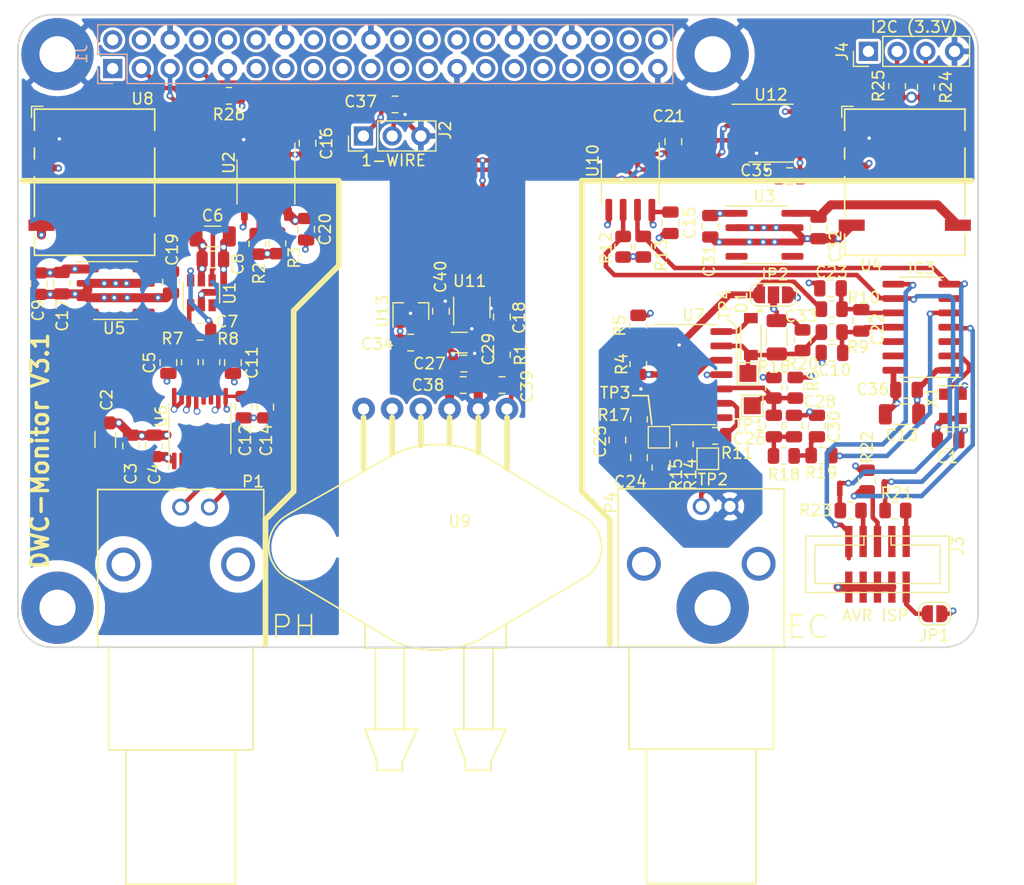
<source format=kicad_pcb>
(kicad_pcb (version 20171130) (host pcbnew 5.1.10-88a1d61d58~90~ubuntu21.04.1)
  (layers (0 F.Cu signal) (1 In1.Cu signal) (2 In2.Cu signal) (31 B.Cu signal) (34 B.Paste user) (35 F.Paste user) (36 B.SilkS user) (37 F.SilkS user) (38 B.Mask user) (39 F.Mask user) (44 Edge.Cuts user))
  (net 0 "")
  (net 1 +5V)
  (net 2 GND)
  (net 3 "Net-(P1-Pad1)")
  (net 4 "Net-(P1-Pad2)")
  (net 5 "Net-(C24-Pad1)")
  (net 6 "Net-(C24-Pad2)")
  (net 7 "Net-(C25-Pad1)")
  (net 8 "Net-(C26-Pad1)")
  (net 9 "Net-(C26-Pad2)")
  (net 10 "Net-(C30-Pad1)")
  (net 11 "Net-(C33-Pad1)")
  (net 12 "Net-(D1-Pad2)")
  (net 13 "Net-(IC3-Pad5)")
  (net 14 "Net-(P4-Pad1)")
  (net 15 "Net-(R11-Pad1)")
  (net 16 "Net-(IC3-Pad2)")
  (net 17 "Net-(IC3-Pad3)")
  (net 18 EC_RESET)
  (net 19 "Net-(IC3-Pad6)")
  (net 20 EC_MOSI)
  (net 21 EC_MISO)
  (net 22 EC_SCK)
  (net 23 "Net-(IC3-Pad13)")
  (net 24 "Net-(J3-Pad3)")
  (net 25 "Net-(J3-Pad2)")
  (net 26 "Net-(U3-Pad5)")
  (net 27 SDA_EC)
  (net 28 SCL_EC)
  (net 29 SCL)
  (net 30 SDA)
  (net 31 +3V3)
  (net 32 "Net-(U6-Pad7)")
  (net 33 "Net-(U6-Pad6)")
  (net 34 "Net-(U6-Pad4)")
  (net 35 "Net-(U6-Pad3)")
  (net 36 "Net-(U6-Pad2)")
  (net 37 "Net-(J1-Pad23)")
  (net 38 "Net-(J1-Pad12)")
  (net 39 "Net-(J1-Pad16)")
  (net 40 "Net-(J1-Pad18)")
  (net 41 "Net-(J1-Pad13)")
  (net 42 "Net-(J1-Pad15)")
  (net 43 "Net-(J1-Pad17)")
  (net 44 "Net-(J1-Pad22)")
  (net 45 "Net-(J1-Pad24)")
  (net 46 "Net-(J1-Pad27)")
  (net 47 "Net-(J1-Pad28)")
  (net 48 "Net-(J1-Pad31)")
  (net 49 "Net-(J1-Pad32)")
  (net 50 "Net-(J1-Pad11)")
  (net 51 "Net-(J1-Pad26)")
  (net 52 "Net-(J1-Pad21)")
  (net 53 "Net-(J1-Pad19)")
  (net 54 "Net-(J1-Pad40)")
  (net 55 "Net-(J1-Pad38)")
  (net 56 "Net-(J1-Pad37)")
  (net 57 "Net-(J1-Pad36)")
  (net 58 "Net-(J1-Pad35)")
  (net 59 "Net-(J1-Pad33)")
  (net 60 "Net-(J1-Pad29)")
  (net 61 SCL_PH)
  (net 62 SDA_PH)
  (net 63 GND_PH)
  (net 64 +5V_PH)
  (net 65 "Net-(C5-Pad2)")
  (net 66 "Net-(C11-Pad1)")
  (net 67 GND_EC)
  (net 68 +5V_EC)
  (net 69 "Net-(C19-Pad1)")
  (net 70 "Net-(C32-Pad1)")
  (net 71 VGND)
  (net 72 "Net-(J1-Pad10)")
  (net 73 "Net-(J1-Pad8)")
  (net 74 "Net-(R7-Pad2)")
  (net 75 "Net-(R8-Pad2)")
  (net 76 "Net-(U3-Pad4)")
  (net 77 "Net-(U5-Pad5)")
  (net 78 "Net-(U5-Pad4)")
  (net 79 "Net-(R4-Pad2)")
  (net 80 "Net-(C33-Pad2)")
  (net 81 "Net-(C10-Pad2)")
  (net 82 "Net-(C22-Pad2)")
  (net 83 "Net-(J3-Pad7)")
  (net 84 "Net-(J3-Pad1)")
  (net 85 "Net-(U9-Pad6)")
  (net 86 "Net-(U9-Pad4)")
  (net 87 "Net-(U9-Pad5)")
  (net 88 "Net-(IC3-Pad12)")
  (net 89 1WIRE)
  (net 90 "Net-(C39-Pad1)")
  (net 91 "Net-(J4-Pad3)")
  (net 92 "Net-(J4-Pad2)")
  (net 93 "Net-(C18-Pad1)")
  (net 94 "Net-(C40-Pad1)")
  (module myfootprints:MPX5010DP (layer F.Cu) (at 145.29 99.44 180)
    (fp_text reference U9 (at -2.159 2.286) (layer F.SilkS))
    (fp_text value MPX5010DP)
    (pad 6 thru_hole circle (at 6.34 12.23 180) (size 2 2) (drill 1) (layers *.Cu *.Mask) (net 85 "Net-(U9-Pad6)"))
    (pad 1 thru_hole circle (at -6.35 12.23 180) (size 2 2) (drill 1) (layers *.Cu *.Mask) (net 90 "Net-(C39-Pad1)"))
    (pad "" np_thru_hole circle (at -11.557 0 180) (size 3.8862 3.8862) (drill 3.8862) (layers *.Cu *.Mask))
    (pad "" np_thru_hole circle (at 11.557 0 180) (size 3.8862 3.8862) (drill 3.8862) (layers *.Cu *.Mask))
    (pad 2 thru_hole circle (at -3.81 12.24 180) (size 2 2) (drill 1) (layers *.Cu *.Mask) (net 2 GND))
    (pad 3 thru_hole circle (at -1.27 12.24 180) (size 2 2) (drill 1) (layers *.Cu *.Mask) (net 1 +5V))
    (pad 4 thru_hole circle (at 1.27 12.24 180) (size 2 2) (drill 1) (layers *.Cu *.Mask) (net 86 "Net-(U9-Pad4)"))
    (pad 5 thru_hole circle (at 3.81 12.24 180) (size 2 2) (drill 1) (layers *.Cu *.Mask) (net 87 "Net-(U9-Pad5)"))
  )
  (module Package_TO_SOT_SMD:SOT-23 (layer F.Cu) (at 143.1315 78.5655 90)
    (fp_text reference U13 (at 0 -2.5 90) (layer F.SilkS))
    (fp_text value MCP1541-TT)
    (pad 3 smd rect (at 1 0 90) (size 0.9 0.8) (layers F.Cu F.Paste F.Mask) (net 2 GND))
    (pad 2 smd rect (at -1 0.95 90) (size 0.9 0.8) (layers F.Cu F.Paste F.Mask) (net 94 "Net-(C40-Pad1)"))
    (pad 1 smd rect (at -1 -0.95 90) (size 0.9 0.8) (layers F.Cu F.Paste F.Mask) (net 1 +5V))
  )
  (module Capacitor_SMD:C_0805_2012Metric (layer F.Cu) (at 145.796 78.552 90)
    (fp_text reference C40 (at 3.052 -0.036 90) (layer F.SilkS))
    (fp_text value 1µ)
    (pad 2 smd roundrect (at 0.95 0 90) (size 1 1.45) (layers F.Cu F.Paste F.Mask) (net 2 GND))
    (pad 1 smd roundrect (at -0.95 0 90) (size 1 1.45) (layers F.Cu F.Paste F.Mask) (net 94 "Net-(C40-Pad1)"))
  )
  (module Resistor_SMD:R_0805_2012Metric (layer F.Cu) (at 151.1935 82.3995 270)
    (fp_text reference R1 (at 0 -1.65 90) (layer F.SilkS))
    (fp_text value 1k)
    (pad 2 smd roundrect (at 0.9125 0 270) (size 1.025 1.4) (layers F.Cu F.Paste F.Mask) (roundrect_rratio 0.2439014634146341) (net 90 "Net-(C39-Pad1)"))
    (pad 1 smd roundrect (at -0.9125 0 270) (size 1.025 1.4) (layers F.Cu F.Paste F.Mask) (roundrect_rratio 0.2439014634146341) (net 93 "Net-(C18-Pad1)"))
  )
  (module Capacitor_SMD:C_0805_2012Metric (layer F.Cu) (at 151.1935 79.06 90)
    (fp_text reference C18 (at -0.061 1.524 90) (layer F.SilkS))
    (fp_text value 100n)
    (pad 2 smd roundrect (at 0.95 0 90) (size 1 1.45) (layers F.Cu F.Paste F.Mask) (net 2 GND))
    (pad 1 smd roundrect (at -0.95 0 90) (size 1 1.45) (layers F.Cu F.Paste F.Mask) (net 93 "Net-(C18-Pad1)"))
  )
  (module TestPoint:TestPoint_Pad_1.5x1.5mm (layer F.Cu) (at 172.974 84.0585)
    (fp_text reference TP4 (at -2.032 -6.096 90) (layer F.SilkS))
    (fp_text value TestPoint)
    (pad 1 smd rect (at 0 0) (size 1.5 1.5) (layers F.Cu F.Mask) (net 11 "Net-(C33-Pad1)"))
  )
  (module TestPoint:TestPoint_Pad_1.5x1.5mm (layer F.Cu) (at 165.1 89.71)
    (fp_text reference TP3 (at -3.8735 -3.937) (layer F.SilkS))
    (fp_text value TestPoint)
    (pad 1 smd rect (at 0 0) (size 1.5 1.5) (layers F.Cu F.Mask) (net 5 "Net-(C24-Pad1)"))
  )
  (module TestPoint:TestPoint_Pad_1.5x1.5mm (layer F.Cu) (at 169.418 91.615)
    (fp_text reference TP2 (at 0.4445 1.8415) (layer F.SilkS))
    (fp_text value TestPoint)
    (pad 1 smd rect (at 0 0) (size 1.5 1.5) (layers F.Cu F.Mask) (net 15 "Net-(R11-Pad1)"))
  )
  (module TestPoint:TestPoint_Pad_1.5x1.5mm (layer F.Cu) (at 173.355 86.916)
    (fp_text reference TP1 (at -0.254 1.7145) (layer F.SilkS))
    (fp_text value TestPoint)
    (pad 1 smd rect (at 0 0) (size 1.5 1.5) (layers F.Cu F.Mask) (net 9 "Net-(C26-Pad2)"))
  )
  (module Oscillator:Oscillator_SMD_EuroQuartz_XO32-4Pin_3.2x2.5mm (layer F.Cu) (at 191.122 86.975 180)
    (fp_text reference X1 (at 1.892 0.821 90) (layer F.SilkS))
    (fp_text value 8MHz)
    (pad 4 smd rect (at 0.775 -1.075 90) (size 1 0.9) (layers F.Cu F.Paste F.Mask) (net 68 +5V_EC))
    (pad 3 smd rect (at 0.775 1.075 90) (size 1 0.9) (layers F.Cu F.Paste F.Mask) (net 16 "Net-(IC3-Pad2)"))
    (pad 2 smd rect (at -0.775 1.075 90) (size 1 0.9) (layers F.Cu F.Paste F.Mask) (net 67 GND_EC))
    (pad 1 smd rect (at -0.775 -1.075 90) (size 1 0.9) (layers F.Cu F.Paste F.Mask) (net 68 +5V_EC))
  )
  (module Capacitor_SMD:C_0805_2012Metric (layer F.Cu) (at 190.693 89.964)
    (fp_text reference C1 (at -0.066 1.524) (layer F.SilkS))
    (fp_text value 100n)
    (pad 2 smd roundrect (at 0.95 0) (size 1 1.45) (layers F.Cu F.Paste F.Mask) (net 67 GND_EC))
    (pad 1 smd roundrect (at -0.95 0) (size 1 1.45) (layers F.Cu F.Paste F.Mask) (net 68 +5V_EC))
  )
  (module Connector_PinHeader_2.54mm:PinHeader_1x04_P2.54mm_Vertical (layer F.Cu) (at 183.642 55.547 90)
    (fp_text reference J4 (at 0 -2.33 90) (layer F.SilkS))
    (fp_text value Conn_01x04)
    (pad 4 thru_hole oval (at 0 7.62 90) (size 1.7 1.7) (drill 1) (layers *.Cu *.Mask) (net 2 GND))
    (pad 3 thru_hole oval (at 0 5.08 90) (size 1.7 1.7) (drill 1) (layers *.Cu *.Mask) (net 91 "Net-(J4-Pad3)"))
    (pad 2 thru_hole oval (at 0 2.54 90) (size 1.7 1.7) (drill 1) (layers *.Cu *.Mask) (net 92 "Net-(J4-Pad2)"))
    (pad 1 thru_hole rect (at 0 0 90) (size 1.7 1.7) (drill 1) (layers *.Cu *.Mask) (net 31 +3V3))
  )
  (module Connector_PinHeader_2.54mm:PinHeader_1x03_P2.54mm_Vertical (layer F.Cu) (at 138.938 63.04 90)
    (fp_text reference J2 (at 0.508 7.239 90) (layer F.SilkS))
    (fp_text value Conn_01x03)
    (pad 3 thru_hole oval (at 0 5.08 90) (size 1.7 1.7) (drill 1) (layers *.Cu *.Mask) (net 2 GND))
    (pad 2 thru_hole oval (at 0 2.54 90) (size 1.7 1.7) (drill 1) (layers *.Cu *.Mask) (net 89 1WIRE))
    (pad 1 thru_hole rect (at 0 0 90) (size 1.7 1.7) (drill 1) (layers *.Cu *.Mask) (net 31 +3V3))
  )
  (module Capacitor_SMD:C_0805_2012Metric (layer F.Cu) (at 151.196 85.09 180)
    (fp_text reference C39 (at -2.22 -0.127 90) (layer F.SilkS))
    (fp_text value 470p)
    (pad 2 smd roundrect (at 0.95 0 180) (size 1 1.45) (layers F.Cu F.Paste F.Mask) (net 2 GND))
    (pad 1 smd roundrect (at -0.95 0 180) (size 1 1.45) (layers F.Cu F.Paste F.Mask) (net 90 "Net-(C39-Pad1)"))
  )
  (module Capacitor_SMD:C_0805_2012Metric (layer F.Cu) (at 147.767 85.09)
    (fp_text reference C38 (at -3.114 0) (layer F.SilkS))
    (fp_text value 100n)
    (pad 2 smd roundrect (at 0.95 0) (size 1 1.45) (layers F.Cu F.Paste F.Mask) (net 2 GND))
    (pad 1 smd roundrect (at -0.95 0) (size 1 1.45) (layers F.Cu F.Paste F.Mask) (net 1 +5V))
  )
  (module Capacitor_SMD:C_0805_2012Metric (layer F.Cu) (at 147.828 83.185)
    (fp_text reference C27 (at -3.048 0) (layer F.SilkS))
    (fp_text value 1µ)
    (pad 2 smd roundrect (at 0.95 0) (size 1 1.45) (layers F.Cu F.Paste F.Mask) (net 2 GND))
    (pad 1 smd roundrect (at -0.95 0) (size 1 1.45) (layers F.Cu F.Paste F.Mask) (net 1 +5V))
  )
  (module Resistor_SMD:R_0805_2012Metric (layer F.Cu) (at 176.149 91.361 180)
    (fp_text reference R18 (at 0 -1.65) (layer F.SilkS))
    (fp_text value 4.7k)
    (pad 2 smd roundrect (at 0.9125 0 180) (size 1.025 1.4) (layers F.Cu F.Paste F.Mask) (roundrect_rratio 0.2439004878048781) (net 8 "Net-(C26-Pad1)"))
    (pad 1 smd roundrect (at -0.9125 0 180) (size 1.025 1.4) (layers F.Cu F.Paste F.Mask) (roundrect_rratio 0.2439004878048781) (net 10 "Net-(C30-Pad1)"))
  )
  (module Capacitor_SMD:C_0805_2012Metric (layer F.Cu) (at 141.732 60.246)
    (fp_text reference C37 (at -3.048 -0.254) (layer F.SilkS))
    (fp_text value 1µ)
    (pad 2 smd roundrect (at 0.95 0) (size 1 1.45) (layers F.Cu F.Paste F.Mask) (net 2 GND))
    (pad 1 smd roundrect (at -0.95 0) (size 1 1.45) (layers F.Cu F.Paste F.Mask) (net 31 +3V3))
  )
  (module Resistor_SMD:R_0805_2012Metric (layer F.Cu) (at 127.0235 59.484 180)
    (fp_text reference R26 (at 0 -1.65) (layer F.SilkS))
    (fp_text value 4.7k)
    (pad 2 smd roundrect (at 0.9125 0 180) (size 1.025 1.4) (layers F.Cu F.Paste F.Mask) (roundrect_rratio 0.2439004878048781) (net 89 1WIRE))
    (pad 1 smd roundrect (at -0.9125 0 180) (size 1.025 1.4) (layers F.Cu F.Paste F.Mask) (roundrect_rratio 0.2439004878048781) (net 31 +3V3))
  )
  (module Package_SO:SO-8_3.9x4.9mm_P1.27mm (layer F.Cu) (at 175.006 62.786)
    (fp_text reference U12 (at 0 -3.4) (layer F.SilkS))
    (fp_text value PCA9515)
    (pad 8 smd roundrect (at 2.575 -1.905) (size 1.75 0.6) (layers F.Cu F.Paste F.Mask) (net 31 +3V3))
    (pad 7 smd roundrect (at 2.575 -0.635) (size 1.75 0.6) (layers F.Cu F.Paste F.Mask) (net 92 "Net-(J4-Pad2)"))
    (pad 6 smd roundrect (at 2.575 0.635) (size 1.75 0.6) (layers F.Cu F.Paste F.Mask) (net 91 "Net-(J4-Pad3)"))
    (pad 5 smd roundrect (at 2.575 1.905) (size 1.75 0.6) (layers F.Cu F.Paste F.Mask) (net 31 +3V3))
    (pad 4 smd roundrect (at -2.575 1.905) (size 1.75 0.6) (layers F.Cu F.Paste F.Mask) (net 2 GND))
    (pad 3 smd roundrect (at -2.575 0.635) (size 1.75 0.6) (layers F.Cu F.Paste F.Mask) (net 30 SDA))
    (pad 2 smd roundrect (at -2.575 -0.635) (size 1.75 0.6) (layers F.Cu F.Paste F.Mask) (net 29 SCL))
    (pad 1 smd roundrect (at -2.575 -1.905) (size 1.75 0.6) (layers F.Cu F.Paste F.Mask))
  )
  (module Resistor_SMD:R_0805_2012Metric (layer F.Cu) (at 186.182 58.6185 90)
    (fp_text reference R25 (at 0.0235 -1.651 90) (layer F.SilkS))
    (fp_text value 2k2)
    (pad 2 smd roundrect (at 0.9125 0 90) (size 1.025 1.4) (layers F.Cu F.Paste F.Mask) (roundrect_rratio 0.2439004878048781) (net 92 "Net-(J4-Pad2)"))
    (pad 1 smd roundrect (at -0.9125 0 90) (size 1.025 1.4) (layers F.Cu F.Paste F.Mask) (roundrect_rratio 0.2439004878048781) (net 31 +3V3))
  )
  (module Resistor_SMD:R_0805_2012Metric (layer F.Cu) (at 188.722 58.6985 90)
    (fp_text reference R24 (at -0.0235 1.778 90) (layer F.SilkS))
    (fp_text value 2k2)
    (pad 2 smd roundrect (at 0.9125 0 90) (size 1.025 1.4) (layers F.Cu F.Paste F.Mask) (roundrect_rratio 0.2439004878048781) (net 91 "Net-(J4-Pad3)"))
    (pad 1 smd roundrect (at -0.9125 0 90) (size 1.025 1.4) (layers F.Cu F.Paste F.Mask) (roundrect_rratio 0.2439004878048781) (net 31 +3V3))
  )
  (module Capacitor_SMD:C_0805_2012Metric (layer F.Cu) (at 176.657 66.596 180)
    (fp_text reference C35 (at 2.921 0.508) (layer F.SilkS))
    (fp_text value 100n)
    (pad 2 smd roundrect (at 0.95 0 180) (size 1 1.45) (layers F.Cu F.Paste F.Mask) (net 2 GND))
    (pad 1 smd roundrect (at -0.95 0 180) (size 1 1.45) (layers F.Cu F.Paste F.Mask) (net 31 +3V3))
  )
  (module Package_TO_SOT_SMD:SOT-23-5 (layer F.Cu) (at 148.53 78.207 90)
    (fp_text reference U11 (at 2.3245 -0.194) (layer F.SilkS))
    (fp_text value MCP3221)
    (pad 5 smd rect (at 1.1 -0.95 90) (size 1.06 0.65) (layers F.Cu F.Paste F.Mask) (net 29 SCL))
    (pad 4 smd rect (at 1.1 0.95 90) (size 1.06 0.65) (layers F.Cu F.Paste F.Mask) (net 30 SDA))
    (pad 3 smd rect (at -1.1 0.95 90) (size 1.06 0.65) (layers F.Cu F.Paste F.Mask) (net 93 "Net-(C18-Pad1)"))
    (pad 2 smd rect (at -1.1 0 90) (size 1.06 0.65) (layers F.Cu F.Paste F.Mask) (net 2 GND))
    (pad 1 smd rect (at -1.1 -0.95 90) (size 1.06 0.65) (layers F.Cu F.Paste F.Mask) (net 94 "Net-(C40-Pad1)"))
  )
  (module Capacitor_SMD:C_0805_2012Metric (layer F.Cu) (at 143.1188 81.3308)
    (fp_text reference C34 (at -2.943 0.12) (layer F.SilkS))
    (fp_text value 100n)
    (pad 2 smd roundrect (at 0.95 0) (size 1 1.45) (layers F.Cu F.Paste F.Mask) (net 2 GND))
    (pad 1 smd roundrect (at -0.95 0) (size 1 1.45) (layers F.Cu F.Paste F.Mask) (net 1 +5V))
  )
  (module Capacitor_SMD:C_1206_3216Metric (layer F.Cu) (at 147.4198 81.3308)
    (fp_text reference C29 (at 2.5672 0.5842 90) (layer F.SilkS))
    (fp_text value 10µ)
    (pad 2 smd roundrect (at 1.475 0) (size 1.15 1.8) (layers F.Cu F.Paste F.Mask) (roundrect_rratio 0.2173904347826087) (net 2 GND))
    (pad 1 smd roundrect (at -1.475 0) (size 1.15 1.8) (layers F.Cu F.Paste F.Mask) (roundrect_rratio 0.2173904347826087) (net 1 +5V))
  )
  (module Resistor_SMD:R_0805_2012Metric (layer F.Cu) (at 182.069 96.1935 180)
    (fp_text reference R23 (at 3.126 0.0065) (layer F.SilkS))
    (fp_text value 1k)
    (pad 2 smd roundrect (at 0.9125 0 180) (size 1.025 1.4) (layers F.Cu F.Paste F.Mask) (roundrect_rratio 0.2439004878048781) (net 22 EC_SCK))
    (pad 1 smd roundrect (at -0.9125 0 180) (size 1.025 1.4) (layers F.Cu F.Paste F.Mask) (roundrect_rratio 0.2439004878048781) (net 83 "Net-(J3-Pad7)"))
  )
  (module Resistor_SMD:R_0805_2012Metric (layer F.Cu) (at 186.0295 96.1935 180)
    (fp_text reference R21 (at -0.127 1.524) (layer F.SilkS))
    (fp_text value 1k)
    (pad 2 smd roundrect (at 0.9125 0 180) (size 1.025 1.4) (layers F.Cu F.Paste F.Mask) (roundrect_rratio 0.2439004878048781) (net 20 EC_MOSI))
    (pad 1 smd roundrect (at -0.9125 0 180) (size 1.025 1.4) (layers F.Cu F.Paste F.Mask) (roundrect_rratio 0.2439004878048781) (net 84 "Net-(J3-Pad1)"))
  )
  (module Package_SO:SO-14_3.9x8.65mm_P1.27mm (layer F.Cu) (at 188.3345 79.969 180)
    (fp_text reference IC3 (at 0 5.207) (layer F.SilkS))
    (fp_text value ATTINY84A-SS)
    (pad 14 smd roundrect (at 2.475 -3.81 180) (size 1.95 0.6) (layers F.Cu F.Paste F.Mask) (net 67 GND_EC))
    (pad 13 smd roundrect (at 2.475 -2.54 180) (size 1.95 0.6) (layers F.Cu F.Paste F.Mask) (net 23 "Net-(IC3-Pad13)"))
    (pad 12 smd roundrect (at 2.475 -1.27 180) (size 1.95 0.6) (layers F.Cu F.Paste F.Mask) (net 88 "Net-(IC3-Pad12)"))
    (pad 11 smd roundrect (at 2.475 0 180) (size 1.95 0.6) (layers F.Cu F.Paste F.Mask) (net 81 "Net-(C10-Pad2)"))
    (pad 10 smd roundrect (at 2.475 1.27 180) (size 1.95 0.6) (layers F.Cu F.Paste F.Mask) (net 82 "Net-(C22-Pad2)"))
    (pad 9 smd roundrect (at 2.475 2.54 180) (size 1.95 0.6) (layers F.Cu F.Paste F.Mask) (net 28 SCL_EC))
    (pad 8 smd roundrect (at 2.475 3.81 180) (size 1.95 0.6) (layers F.Cu F.Paste F.Mask) (net 21 EC_MISO))
    (pad 7 smd roundrect (at -2.475 3.81 180) (size 1.95 0.6) (layers F.Cu F.Paste F.Mask) (net 27 SDA_EC))
    (pad 6 smd roundrect (at -2.475 2.54 180) (size 1.95 0.6) (layers F.Cu F.Paste F.Mask) (net 19 "Net-(IC3-Pad6)"))
    (pad 5 smd roundrect (at -2.475 1.27 180) (size 1.95 0.6) (layers F.Cu F.Paste F.Mask) (net 13 "Net-(IC3-Pad5)"))
    (pad 4 smd roundrect (at -2.475 0 180) (size 1.95 0.6) (layers F.Cu F.Paste F.Mask) (net 18 EC_RESET))
    (pad 3 smd roundrect (at -2.475 -1.27 180) (size 1.95 0.6) (layers F.Cu F.Paste F.Mask) (net 17 "Net-(IC3-Pad3)"))
    (pad 2 smd roundrect (at -2.475 -2.54 180) (size 1.95 0.6) (layers F.Cu F.Paste F.Mask) (net 16 "Net-(IC3-Pad2)"))
    (pad 1 smd roundrect (at -2.475 -3.81 180) (size 1.95 0.6) (layers F.Cu F.Paste F.Mask) (net 68 +5V_EC))
  )
  (module Resistor_SMD:R_0805_2012Metric (layer F.Cu) (at 180.3865 78.369 180)
    (fp_text reference R10 (at -2.8302 1.016) (layer F.SilkS))
    (fp_text value 1k)
    (pad 2 smd roundrect (at 0.9125 0 180) (size 1.025 1.4) (layers F.Cu F.Paste F.Mask) (roundrect_rratio 0.2439004878048781) (net 71 VGND))
    (pad 1 smd roundrect (at -0.9125 0 180) (size 1.025 1.4) (layers F.Cu F.Paste F.Mask) (roundrect_rratio 0.2439004878048781) (net 82 "Net-(C22-Pad2)"))
  )
  (module Resistor_SMD:R_0805_2012Metric (layer F.Cu) (at 180.3865 80.401 180)
    (fp_text reference R9 (at -2.3222 -1.3208) (layer F.SilkS))
    (fp_text value 1k)
    (pad 2 smd roundrect (at 0.9125 0 180) (size 1.025 1.4) (layers F.Cu F.Paste F.Mask) (roundrect_rratio 0.2439004878048781) (net 11 "Net-(C33-Pad1)"))
    (pad 1 smd roundrect (at -0.9125 0 180) (size 1.025 1.4) (layers F.Cu F.Paste F.Mask) (roundrect_rratio 0.2439004878048781) (net 81 "Net-(C10-Pad2)"))
  )
  (module Capacitor_SMD:C_0805_2012Metric (layer F.Cu) (at 180.283 76.5275 180)
    (fp_text reference C23 (at -0.0889 1.4351) (layer F.SilkS))
    (fp_text value 100n)
    (pad 2 smd roundrect (at 0.95 0 180) (size 1 1.45) (layers F.Cu F.Paste F.Mask) (net 67 GND_EC))
    (pad 1 smd roundrect (at -0.95 0 180) (size 1 1.45) (layers F.Cu F.Paste F.Mask) (net 82 "Net-(C22-Pad2)"))
  )
  (module Capacitor_SMD:C_0805_2012Metric (layer F.Cu) (at 183.007 79.362 90)
    (fp_text reference C22 (at -0.8001 1.4478 90) (layer F.SilkS))
    (fp_text value 47n)
    (pad 2 smd roundrect (at 0.95 0 90) (size 1 1.45) (layers F.Cu F.Paste F.Mask) (net 82 "Net-(C22-Pad2)"))
    (pad 1 smd roundrect (at -0.95 0 90) (size 1 1.45) (layers F.Cu F.Paste F.Mask) (net 81 "Net-(C10-Pad2)"))
  )
  (module Capacitor_SMD:C_0805_2012Metric (layer F.Cu) (at 180.41 82.2425)
    (fp_text reference C10 (at 0.254 1.524) (layer F.SilkS))
    (fp_text value 100n)
    (pad 2 smd roundrect (at 0.95 0) (size 1 1.45) (layers F.Cu F.Paste F.Mask) (net 81 "Net-(C10-Pad2)"))
    (pad 1 smd roundrect (at -0.95 0) (size 1 1.45) (layers F.Cu F.Paste F.Mask) (net 67 GND_EC))
  )
  (module Jumper:SolderJumper-3_P1.3mm_Open_RoundedPad1.0x1.5mm (layer F.Cu) (at 175.2365 77.099)
    (fp_text reference JP2 (at 0 -1.8) (layer F.SilkS))
    (fp_text value Jumper_3_Open)
    (pad 2 smd rect (at 0 0) (size 1 1.5) (layers F.Cu F.Mask) (net 80 "Net-(C33-Pad2)"))
    (pad 3 smd custom (at 1.3 0) (size 1 0.5) (layers F.Cu F.Mask) (net 67 GND_EC) (options (clearance outline) (anchor rect)) (primitives (gr_circle (center 0 0.25) (end 0.5 0.25) (width 0)) (gr_circle (center 0 -0.25) (end 0.5 -0.25) (width 0)) (gr_poly (pts (xy -0.55 -0.75) (xy 0 -0.75) (xy 0 0.75) (xy -0.55 0.75)) (width 0))))
    (pad 1 smd custom (at -1.3 0) (size 1 0.5) (layers F.Cu F.Mask) (net 71 VGND) (options (clearance outline) (anchor rect)) (primitives (gr_circle (center 0 0.25) (end 0.5 0.25) (width 0)) (gr_circle (center 0 -0.25) (end 0.5 -0.25) (width 0)) (gr_poly (pts (xy 0.55 -0.75) (xy 0 -0.75) (xy 0 0.75) (xy 0.55 0.75)) (width 0))))
  )
  (module myfootprints:Converter_DCDC_SMD (layer F.Cu) (at 115.13 68.4)
    (fp_text reference U8 (at 4.25 -8.662) (layer F.SilkS))
    (fp_text value 0509)
    (pad 5 smd rect (at 4.7 2.54) (size 2.3 1) (layers F.Cu F.Paste F.Mask) (net 69 "Net-(C19-Pad1)"))
    (pad 8 smd rect (at 4.7 -5.08) (size 2.3 1) (layers F.Cu F.Paste F.Mask))
    (pad 4 smd rect (at -4.7 2.54) (size 2.3 1) (layers F.Cu F.Paste F.Mask) (net 63 GND_PH))
    (pad 2 smd rect (at -4.7 -2.54) (size 2.3 1) (layers F.Cu F.Paste F.Mask) (net 1 +5V))
    (pad 1 smd rect (at -4.7 -5.08) (size 2.3 1) (layers F.Cu F.Paste F.Mask) (net 2 GND))
  )
  (module myfootprints:Converter_DCDC_SMD (layer F.Cu) (at 186.86 68.4)
    (fp_text reference U4 (at -2.964 6.07) (layer F.SilkS))
    (fp_text value 0509)
    (pad 5 smd rect (at 4.7 2.54) (size 2.3 1) (layers F.Cu F.Paste F.Mask) (net 70 "Net-(C32-Pad1)"))
    (pad 8 smd rect (at 4.7 -5.08) (size 2.3 1) (layers F.Cu F.Paste F.Mask))
    (pad 4 smd rect (at -4.7 2.54) (size 2.3 1) (layers F.Cu F.Paste F.Mask) (net 67 GND_EC))
    (pad 2 smd rect (at -4.7 -2.54) (size 2.3 1) (layers F.Cu F.Paste F.Mask) (net 1 +5V))
    (pad 1 smd rect (at -4.7 -5.08) (size 2.3 1) (layers F.Cu F.Paste F.Mask) (net 2 GND))
  )
  (module Resistor_SMD:R_0805_2012Metric (layer F.Cu) (at 163.2585 79.8275 90)
    (fp_text reference R5 (at 0 -1.65 90) (layer F.SilkS))
    (fp_text value 100k)
    (pad 2 smd roundrect (at 0.9125 0 90) (size 1.025 1.4) (layers F.Cu F.Paste F.Mask) (roundrect_rratio 0.2439004878048781) (net 67 GND_EC))
    (pad 1 smd roundrect (at -0.9125 0 90) (size 1.025 1.4) (layers F.Cu F.Paste F.Mask) (roundrect_rratio 0.2439004878048781) (net 79 "Net-(R4-Pad2)"))
  )
  (module Resistor_SMD:R_0805_2012Metric (layer F.Cu) (at 163.265 83.235 90)
    (fp_text reference R4 (at 0.002 -1.467 270) (layer F.SilkS))
    (fp_text value 100k)
    (pad 2 smd roundrect (at 0.9125 0 90) (size 1.025 1.4) (layers F.Cu F.Paste F.Mask) (roundrect_rratio 0.2439004878048781) (net 79 "Net-(R4-Pad2)"))
    (pad 1 smd roundrect (at -0.9125 0 90) (size 1.025 1.4) (layers F.Cu F.Paste F.Mask) (roundrect_rratio 0.2439004878048781) (net 68 +5V_EC))
  )
  (module Package_SO:SOIC-8_3.9x4.9mm_P1.27mm (layer F.Cu) (at 117 76.72)
    (fp_text reference U5 (at -0.1346 3.338) (layer F.SilkS))
    (fp_text value L78L05_SO8)
    (pad 8 smd roundrect (at 2.475 -1.905) (size 1.95 0.6) (layers F.Cu F.Paste F.Mask) (net 69 "Net-(C19-Pad1)"))
    (pad 7 smd roundrect (at 2.475 -0.635) (size 1.95 0.6) (layers F.Cu F.Paste F.Mask) (net 63 GND_PH))
    (pad 6 smd roundrect (at 2.475 0.635) (size 1.95 0.6) (layers F.Cu F.Paste F.Mask) (net 63 GND_PH))
    (pad 5 smd roundrect (at 2.475 1.905) (size 1.95 0.6) (layers F.Cu F.Paste F.Mask) (net 77 "Net-(U5-Pad5)"))
    (pad 4 smd roundrect (at -2.475 1.905) (size 1.95 0.6) (layers F.Cu F.Paste F.Mask) (net 78 "Net-(U5-Pad4)"))
    (pad 3 smd roundrect (at -2.475 0.635) (size 1.95 0.6) (layers F.Cu F.Paste F.Mask) (net 63 GND_PH))
    (pad 2 smd roundrect (at -2.475 -0.635) (size 1.95 0.6) (layers F.Cu F.Paste F.Mask) (net 63 GND_PH))
    (pad 1 smd roundrect (at -2.475 -1.905) (size 1.95 0.6) (layers F.Cu F.Paste F.Mask) (net 64 +5V_PH))
  )
  (module Package_SO:SOIC-8_3.9x4.9mm_P1.27mm (layer F.Cu) (at 174.44 71.79)
    (fp_text reference U3 (at 0 -3.4) (layer F.SilkS))
    (fp_text value L78L05_SO8)
    (pad 8 smd roundrect (at 2.475 -1.905) (size 1.95 0.6) (layers F.Cu F.Paste F.Mask) (net 70 "Net-(C32-Pad1)"))
    (pad 7 smd roundrect (at 2.475 -0.635) (size 1.95 0.6) (layers F.Cu F.Paste F.Mask) (net 67 GND_EC))
    (pad 6 smd roundrect (at 2.475 0.635) (size 1.95 0.6) (layers F.Cu F.Paste F.Mask) (net 67 GND_EC))
    (pad 5 smd roundrect (at 2.475 1.905) (size 1.95 0.6) (layers F.Cu F.Paste F.Mask) (net 26 "Net-(U3-Pad5)"))
    (pad 4 smd roundrect (at -2.475 1.905) (size 1.95 0.6) (layers F.Cu F.Paste F.Mask) (net 76 "Net-(U3-Pad4)"))
    (pad 3 smd roundrect (at -2.475 0.635) (size 1.95 0.6) (layers F.Cu F.Paste F.Mask) (net 67 GND_EC))
    (pad 2 smd roundrect (at -2.475 -0.635) (size 1.95 0.6) (layers F.Cu F.Paste F.Mask) (net 67 GND_EC))
    (pad 1 smd roundrect (at -2.475 -1.905) (size 1.95 0.6) (layers F.Cu F.Paste F.Mask) (net 68 +5V_EC))
  )
  (module Resistor_SMD:R_0805_2012Metric (layer F.Cu) (at 125.476 83.066 270)
    (fp_text reference R8 (at -2.0682 -1.4732 180) (layer F.SilkS))
    (fp_text value 1k)
    (pad 2 smd roundrect (at 0.9125 0 270) (size 1.025 1.4) (layers F.Cu F.Paste F.Mask) (roundrect_rratio 0.2439004878048781) (net 75 "Net-(R8-Pad2)"))
    (pad 1 smd roundrect (at -0.9125 0 270) (size 1.025 1.4) (layers F.Cu F.Paste F.Mask) (roundrect_rratio 0.2439004878048781) (net 66 "Net-(C11-Pad1)"))
  )
  (module Resistor_SMD:R_0805_2012Metric (layer F.Cu) (at 123.571 83.066 270)
    (fp_text reference R7 (at -2.0936 1.5494 180) (layer F.SilkS))
    (fp_text value 1k)
    (pad 2 smd roundrect (at 0.9125 0 270) (size 1.025 1.4) (layers F.Cu F.Paste F.Mask) (roundrect_rratio 0.2439004878048781) (net 74 "Net-(R7-Pad2)"))
    (pad 1 smd roundrect (at -0.9125 0 270) (size 1.025 1.4) (layers F.Cu F.Paste F.Mask) (roundrect_rratio 0.2439004878048781) (net 65 "Net-(C5-Pad2)"))
  )
  (module Resistor_SMD:R_0805_2012Metric (layer F.Cu) (at 177.1715 85.3305 90)
    (fp_text reference R6 (at 0.6369 1.5494 90) (layer F.SilkS))
    (fp_text value 100k)
    (pad 2 smd roundrect (at 0.9125 0 90) (size 1.025 1.4) (layers F.Cu F.Paste F.Mask) (roundrect_rratio 0.2439004878048781) (net 68 +5V_EC))
    (pad 1 smd roundrect (at -0.9125 0 90) (size 1.025 1.4) (layers F.Cu F.Paste F.Mask) (roundrect_rratio 0.2439004878048781) (net 9 "Net-(C26-Pad2)"))
  )
  (module Capacitor_SMD:C_0805_2012Metric (layer F.Cu) (at 166.37 63.5455 90)
    (fp_text reference C21 (at 2.2581 -0.4064 180) (layer F.SilkS))
    (fp_text value 100n)
    (pad 2 smd roundrect (at 0.95 0 90) (size 1 1.45) (layers F.Cu F.Paste F.Mask) (net 2 GND))
    (pad 1 smd roundrect (at -0.95 0 90) (size 1 1.45) (layers F.Cu F.Paste F.Mask) (net 31 +3V3))
  )
  (module Capacitor_SMD:C_0805_2012Metric (layer F.Cu) (at 133.858 71.2925 270)
    (fp_text reference C20 (at 0 -1.68 90) (layer F.SilkS))
    (fp_text value 100n)
    (pad 2 smd roundrect (at 0.95 0 270) (size 1 1.45) (layers F.Cu F.Paste F.Mask) (net 63 GND_PH))
    (pad 1 smd roundrect (at -0.95 0 270) (size 1 1.45) (layers F.Cu F.Paste F.Mask) (net 64 +5V_PH))
  )
  (module Capacitor_SMD:C_0805_2012Metric (layer F.Cu) (at 121.9 75.99 270)
    (fp_text reference C19 (at -2.8916 -0.0962 90) (layer F.SilkS))
    (fp_text value 100n/25V)
    (pad 2 smd roundrect (at 0.95 0 270) (size 1 1.45) (layers F.Cu F.Paste F.Mask) (net 63 GND_PH))
    (pad 1 smd roundrect (at -0.95 0 270) (size 1 1.45) (layers F.Cu F.Paste F.Mask) (net 69 "Net-(C19-Pad1)"))
  )
  (module Capacitor_SMD:C_0805_2012Metric (layer F.Cu) (at 112.22 76.07 270)
    (fp_text reference C17 (at 2.845 -0.048 90) (layer F.SilkS))
    (fp_text value 100n)
    (pad 2 smd roundrect (at 0.95 0 270) (size 1 1.45) (layers F.Cu F.Paste F.Mask) (net 63 GND_PH))
    (pad 1 smd roundrect (at -0.95 0 270) (size 1 1.45) (layers F.Cu F.Paste F.Mask) (net 64 +5V_PH))
  )
  (module Capacitor_SMD:C_0805_2012Metric (layer F.Cu) (at 133.985 63.6775 90)
    (fp_text reference C16 (at -0.0229 1.6764 90) (layer F.SilkS))
    (fp_text value 100n)
    (pad 2 smd roundrect (at 0.95 0 90) (size 1 1.45) (layers F.Cu F.Paste F.Mask) (net 2 GND))
    (pad 1 smd roundrect (at -0.95 0 90) (size 1 1.45) (layers F.Cu F.Paste F.Mask) (net 31 +3V3))
  )
  (module Capacitor_SMD:C_0805_2012Metric (layer F.Cu) (at 166.116 70.721 270)
    (fp_text reference C15 (at 0 -1.68 90) (layer F.SilkS))
    (fp_text value 100n)
    (pad 2 smd roundrect (at 0.95 0 270) (size 1 1.45) (layers F.Cu F.Paste F.Mask) (net 67 GND_EC))
    (pad 1 smd roundrect (at -0.95 0 270) (size 1 1.45) (layers F.Cu F.Paste F.Mask) (net 68 +5V_EC))
  )
  (module Capacitor_SMD:C_0805_2012Metric (layer F.Cu) (at 127.381 83.106 270)
    (fp_text reference C11 (at 0 -1.68 90) (layer F.SilkS))
    (fp_text value 100n)
    (pad 2 smd roundrect (at 0.95 0 270) (size 1 1.45) (layers F.Cu F.Paste F.Mask) (net 63 GND_PH))
    (pad 1 smd roundrect (at -0.95 0 270) (size 1 1.45) (layers F.Cu F.Paste F.Mask) (net 66 "Net-(C11-Pad1)"))
  )
  (module Capacitor_SMD:C_0805_2012Metric (layer F.Cu) (at 124.4625 80.3755)
    (fp_text reference C7 (at 2.4105 -0.9017) (layer F.SilkS))
    (fp_text value 47n)
    (pad 2 smd roundrect (at 0.95 0) (size 1 1.45) (layers F.Cu F.Paste F.Mask) (net 66 "Net-(C11-Pad1)"))
    (pad 1 smd roundrect (at -0.95 0) (size 1 1.45) (layers F.Cu F.Paste F.Mask) (net 65 "Net-(C5-Pad2)"))
  )
  (module Capacitor_SMD:C_0805_2012Metric (layer F.Cu) (at 121.666 83.106 90)
    (fp_text reference C5 (at 0 -1.68 90) (layer F.SilkS))
    (fp_text value 100n)
    (pad 2 smd roundrect (at 0.95 0 90) (size 1 1.45) (layers F.Cu F.Paste F.Mask) (net 65 "Net-(C5-Pad2)"))
    (pad 1 smd roundrect (at -0.95 0 90) (size 1 1.45) (layers F.Cu F.Paste F.Mask) (net 63 GND_PH))
  )
  (module Capacitor_SMD:C_0805_2012Metric (layer F.Cu) (at 130.2385 87.0405 270)
    (fp_text reference C14 (at 2.9235 -0.0889 90) (layer F.SilkS))
    (fp_text value 1µ)
    (pad 1 smd roundrect (at -0.95 0 270) (size 1 1.45) (layers F.Cu F.Paste F.Mask) (net 64 +5V_PH))
    (pad 2 smd roundrect (at 0.95 0 270) (size 1 1.45) (layers F.Cu F.Paste F.Mask) (net 63 GND_PH))
  )
  (module Jumper:SolderJumper-2_P1.3mm_Open_RoundedPad1.0x1.5mm (layer F.Cu) (at 189.499 105.331)
    (fp_text reference JP1 (at -0.0254 1.905) (layer F.SilkS))
    (fp_text value Jumper_NO_Small)
    (pad 2 smd custom (at 0.65 0) (size 1 0.5) (layers F.Cu F.Mask) (net 68 +5V_EC) (options (clearance outline) (anchor rect)) (primitives (gr_circle (center 0 0.25) (end 0.5 0.25) (width 0)) (gr_circle (center 0 -0.25) (end 0.5 -0.25) (width 0)) (gr_poly (pts (xy 0 -0.75) (xy -0.5 -0.75) (xy -0.5 0.75) (xy 0 0.75)) (width 0))))
    (pad 1 smd custom (at -0.65 0) (size 1 0.5) (layers F.Cu F.Mask) (net 25 "Net-(J3-Pad2)") (options (clearance outline) (anchor rect)) (primitives (gr_circle (center 0 0.25) (end 0.5 0.25) (width 0)) (gr_circle (center 0 -0.25) (end 0.5 -0.25) (width 0)) (gr_poly (pts (xy 0 -0.75) (xy 0.5 -0.75) (xy 0.5 0.75) (xy 0 0.75)) (width 0))))
  )
  (module Package_SO:SO-14_3.9x8.65mm_P1.27mm (layer F.Cu) (at 168.1545 84.163)
    (fp_text reference U7 (at 0 -5.28) (layer F.SilkS))
    (fp_text value OPA4340)
    (pad 14 smd roundrect (at 2.475 -3.81) (size 1.95 0.6) (layers F.Cu F.Paste F.Mask) (net 12 "Net-(D1-Pad2)"))
    (pad 13 smd roundrect (at 2.475 -2.54) (size 1.95 0.6) (layers F.Cu F.Paste F.Mask) (net 11 "Net-(C33-Pad1)"))
    (pad 12 smd roundrect (at 2.475 -1.27) (size 1.95 0.6) (layers F.Cu F.Paste F.Mask) (net 5 "Net-(C24-Pad1)"))
    (pad 11 smd roundrect (at 2.475 0) (size 1.95 0.6) (layers F.Cu F.Paste F.Mask) (net 67 GND_EC))
    (pad 10 smd roundrect (at 2.475 1.27) (size 1.95 0.6) (layers F.Cu F.Paste F.Mask) (net 9 "Net-(C26-Pad2)"))
    (pad 9 smd roundrect (at 2.475 2.54) (size 1.95 0.6) (layers F.Cu F.Paste F.Mask) (net 14 "Net-(P4-Pad1)"))
    (pad 8 smd roundrect (at 2.475 3.81) (size 1.95 0.6) (layers F.Cu F.Paste F.Mask) (net 15 "Net-(R11-Pad1)"))
    (pad 7 smd roundrect (at -2.475 3.81) (size 1.95 0.6) (layers F.Cu F.Paste F.Mask) (net 5 "Net-(C24-Pad1)"))
    (pad 6 smd roundrect (at -2.475 2.54) (size 1.95 0.6) (layers F.Cu F.Paste F.Mask) (net 7 "Net-(C25-Pad1)"))
    (pad 5 smd roundrect (at -2.475 1.27) (size 1.95 0.6) (layers F.Cu F.Paste F.Mask) (net 71 VGND))
    (pad 4 smd roundrect (at -2.475 0) (size 1.95 0.6) (layers F.Cu F.Paste F.Mask) (net 68 +5V_EC))
    (pad 3 smd roundrect (at -2.475 -1.27) (size 1.95 0.6) (layers F.Cu F.Paste F.Mask) (net 79 "Net-(R4-Pad2)"))
    (pad 2 smd roundrect (at -2.475 -2.54) (size 1.95 0.6) (layers F.Cu F.Paste F.Mask) (net 71 VGND))
    (pad 1 smd roundrect (at -2.475 -3.81) (size 1.95 0.6) (layers F.Cu F.Paste F.Mask) (net 71 VGND))
  )
  (module Connector_PinSocket_2.54mm:PinSocket_2x20_P2.54mm_Vertical (layer B.Cu) (at 116.737 57.068 270)
    (fp_text reference J1 (at -1.27 2.77 270) (layer B.SilkS) (effects (justify mirror)))
    (fp_text value "Raspberry Pi GPIO" hide)
    (pad 40 thru_hole oval (at -2.54 -48.26 270) (size 1.7 1.7) (drill 1) (layers *.Cu *.Mask) (net 54 "Net-(J1-Pad40)"))
    (pad 39 thru_hole oval (at 0 -48.26 270) (size 1.7 1.7) (drill 1) (layers *.Cu *.Mask) (net 2 GND))
    (pad 38 thru_hole oval (at -2.54 -45.72 270) (size 1.7 1.7) (drill 1) (layers *.Cu *.Mask) (net 55 "Net-(J1-Pad38)"))
    (pad 37 thru_hole oval (at 0 -45.72 270) (size 1.7 1.7) (drill 1) (layers *.Cu *.Mask) (net 56 "Net-(J1-Pad37)"))
    (pad 36 thru_hole oval (at -2.54 -43.18 270) (size 1.7 1.7) (drill 1) (layers *.Cu *.Mask) (net 57 "Net-(J1-Pad36)"))
    (pad 35 thru_hole oval (at 0 -43.18 270) (size 1.7 1.7) (drill 1) (layers *.Cu *.Mask) (net 58 "Net-(J1-Pad35)"))
    (pad 34 thru_hole oval (at -2.54 -40.64 270) (size 1.7 1.7) (drill 1) (layers *.Cu *.Mask) (net 2 GND))
    (pad 33 thru_hole oval (at 0 -40.64 270) (size 1.7 1.7) (drill 1) (layers *.Cu *.Mask) (net 59 "Net-(J1-Pad33)"))
    (pad 32 thru_hole oval (at -2.54 -38.1 270) (size 1.7 1.7) (drill 1) (layers *.Cu *.Mask) (net 49 "Net-(J1-Pad32)"))
    (pad 31 thru_hole oval (at 0 -38.1 270) (size 1.7 1.7) (drill 1) (layers *.Cu *.Mask) (net 48 "Net-(J1-Pad31)"))
    (pad 30 thru_hole oval (at -2.54 -35.56 270) (size 1.7 1.7) (drill 1) (layers *.Cu *.Mask) (net 2 GND))
    (pad 29 thru_hole oval (at 0 -35.56 270) (size 1.7 1.7) (drill 1) (layers *.Cu *.Mask) (net 60 "Net-(J1-Pad29)"))
    (pad 28 thru_hole oval (at -2.54 -33.02 270) (size 1.7 1.7) (drill 1) (layers *.Cu *.Mask) (net 47 "Net-(J1-Pad28)"))
    (pad 27 thru_hole oval (at 0 -33.02 270) (size 1.7 1.7) (drill 1) (layers *.Cu *.Mask) (net 46 "Net-(J1-Pad27)"))
    (pad 26 thru_hole oval (at -2.54 -30.48 270) (size 1.7 1.7) (drill 1) (layers *.Cu *.Mask) (net 51 "Net-(J1-Pad26)"))
    (pad 25 thru_hole oval (at 0 -30.48 270) (size 1.7 1.7) (drill 1) (layers *.Cu *.Mask) (net 2 GND))
    (pad 24 thru_hole oval (at -2.54 -27.94 270) (size 1.7 1.7) (drill 1) (layers *.Cu *.Mask) (net 45 "Net-(J1-Pad24)"))
    (pad 23 thru_hole oval (at 0 -27.94 270) (size 1.7 1.7) (drill 1) (layers *.Cu *.Mask) (net 37 "Net-(J1-Pad23)"))
    (pad 22 thru_hole oval (at -2.54 -25.4 270) (size 1.7 1.7) (drill 1) (layers *.Cu *.Mask) (net 44 "Net-(J1-Pad22)"))
    (pad 21 thru_hole oval (at 0 -25.4 270) (size 1.7 1.7) (drill 1) (layers *.Cu *.Mask) (net 52 "Net-(J1-Pad21)"))
    (pad 20 thru_hole oval (at -2.54 -22.86 270) (size 1.7 1.7) (drill 1) (layers *.Cu *.Mask) (net 2 GND))
    (pad 19 thru_hole oval (at 0 -22.86 270) (size 1.7 1.7) (drill 1) (layers *.Cu *.Mask) (net 53 "Net-(J1-Pad19)"))
    (pad 18 thru_hole oval (at -2.54 -20.32 270) (size 1.7 1.7) (drill 1) (layers *.Cu *.Mask) (net 40 "Net-(J1-Pad18)"))
    (pad 17 thru_hole oval (at 0 -20.32 270) (size 1.7 1.7) (drill 1) (layers *.Cu *.Mask) (net 43 "Net-(J1-Pad17)"))
    (pad 16 thru_hole oval (at -2.54 -17.78 270) (size 1.7 1.7) (drill 1) (layers *.Cu *.Mask) (net 39 "Net-(J1-Pad16)"))
    (pad 15 thru_hole oval (at 0 -17.78 270) (size 1.7 1.7) (drill 1) (layers *.Cu *.Mask) (net 42 "Net-(J1-Pad15)"))
    (pad 14 thru_hole oval (at -2.54 -15.24 270) (size 1.7 1.7) (drill 1) (layers *.Cu *.Mask) (net 2 GND))
    (pad 13 thru_hole oval (at 0 -15.24 270) (size 1.7 1.7) (drill 1) (layers *.Cu *.Mask) (net 41 "Net-(J1-Pad13)"))
    (pad 12 thru_hole oval (at -2.54 -12.7 270) (size 1.7 1.7) (drill 1) (layers *.Cu *.Mask) (net 38 "Net-(J1-Pad12)"))
    (pad 11 thru_hole oval (at 0 -12.7 270) (size 1.7 1.7) (drill 1) (layers *.Cu *.Mask) (net 50 "Net-(J1-Pad11)"))
    (pad 10 thru_hole oval (at -2.54 -10.16 270) (size 1.7 1.7) (drill 1) (layers *.Cu *.Mask) (net 72 "Net-(J1-Pad10)"))
    (pad 9 thru_hole oval (at 0 -10.16 270) (size 1.7 1.7) (drill 1) (layers *.Cu *.Mask) (net 2 GND))
    (pad 8 thru_hole oval (at -2.54 -7.62 270) (size 1.7 1.7) (drill 1) (layers *.Cu *.Mask) (net 73 "Net-(J1-Pad8)"))
    (pad 7 thru_hole oval (at 0 -7.62 270) (size 1.7 1.7) (drill 1) (layers *.Cu *.Mask) (net 89 1WIRE))
    (pad 6 thru_hole oval (at -2.54 -5.08 270) (size 1.7 1.7) (drill 1) (layers *.Cu *.Mask) (net 2 GND))
    (pad 5 thru_hole oval (at 0 -5.08 270) (size 1.7 1.7) (drill 1) (layers *.Cu *.Mask) (net 29 SCL))
    (pad 4 thru_hole oval (at -2.54 -2.54 270) (size 1.7 1.7) (drill 1) (layers *.Cu *.Mask) (net 1 +5V))
    (pad 3 thru_hole oval (at 0 -2.54 270) (size 1.7 1.7) (drill 1) (layers *.Cu *.Mask) (net 30 SDA))
    (pad 2 thru_hole oval (at -2.54 0 270) (size 1.7 1.7) (drill 1) (layers *.Cu *.Mask) (net 1 +5V))
    (pad 1 thru_hole rect (at 0 0 270) (size 1.7 1.7) (drill 1) (layers *.Cu *.Mask) (net 31 +3V3))
  )
  (module Package_SO:SOIC-8_3.9x4.9mm_P1.27mm (layer F.Cu) (at 162.56 67.104 270)
    (fp_text reference U10 (at -1.8796 3.3274 90) (layer F.SilkS))
    (fp_text value ADUM1251)
    (pad 8 smd roundrect (at 2.475 -1.905 270) (size 1.95 0.6) (layers F.Cu F.Paste F.Mask) (net 68 +5V_EC))
    (pad 7 smd roundrect (at 2.475 -0.635 270) (size 1.95 0.6) (layers F.Cu F.Paste F.Mask) (net 27 SDA_EC))
    (pad 6 smd roundrect (at 2.475 0.635 270) (size 1.95 0.6) (layers F.Cu F.Paste F.Mask) (net 28 SCL_EC))
    (pad 5 smd roundrect (at 2.475 1.905 270) (size 1.95 0.6) (layers F.Cu F.Paste F.Mask) (net 67 GND_EC))
    (pad 4 smd roundrect (at -2.475 1.905 270) (size 1.95 0.6) (layers F.Cu F.Paste F.Mask) (net 2 GND))
    (pad 3 smd roundrect (at -2.475 0.635 270) (size 1.95 0.6) (layers F.Cu F.Paste F.Mask) (net 29 SCL))
    (pad 2 smd roundrect (at -2.475 -0.635 270) (size 1.95 0.6) (layers F.Cu F.Paste F.Mask) (net 30 SDA))
    (pad 1 smd roundrect (at -2.475 -1.905 270) (size 1.95 0.6) (layers F.Cu F.Paste F.Mask) (net 31 +3V3))
  )
  (module Package_SO:TSSOP-16_4.4x5mm_P0.65mm (layer F.Cu) (at 124.46 88.948 90)
    (fp_text reference U6 (at 1.1176 -3.429 90) (layer F.SilkS))
    (fp_text value LMP91200)
    (pad 16 smd roundrect (at 2.8625 -2.275 90) (size 1.475 0.4) (layers F.Cu F.Paste F.Mask) (net 63 GND_PH))
    (pad 15 smd roundrect (at 2.8625 -1.625 90) (size 1.475 0.4) (layers F.Cu F.Paste F.Mask) (net 63 GND_PH))
    (pad 14 smd roundrect (at 2.8625 -0.975 90) (size 1.475 0.4) (layers F.Cu F.Paste F.Mask) (net 64 +5V_PH))
    (pad 13 smd roundrect (at 2.8625 -0.325 90) (size 1.475 0.4) (layers F.Cu F.Paste F.Mask) (net 63 GND_PH))
    (pad 12 smd roundrect (at 2.8625 0.325 90) (size 1.475 0.4) (layers F.Cu F.Paste F.Mask) (net 74 "Net-(R7-Pad2)"))
    (pad 11 smd roundrect (at 2.8625 0.975 90) (size 1.475 0.4) (layers F.Cu F.Paste F.Mask) (net 75 "Net-(R8-Pad2)"))
    (pad 10 smd roundrect (at 2.8625 1.625 90) (size 1.475 0.4) (layers F.Cu F.Paste F.Mask) (net 63 GND_PH))
    (pad 9 smd roundrect (at 2.8625 2.275 90) (size 1.475 0.4) (layers F.Cu F.Paste F.Mask) (net 64 +5V_PH))
    (pad 8 smd roundrect (at -2.8625 2.275 90) (size 1.475 0.4) (layers F.Cu F.Paste F.Mask) (net 4 "Net-(P1-Pad2)"))
    (pad 7 smd roundrect (at -2.8625 1.625 90) (size 1.475 0.4) (layers F.Cu F.Paste F.Mask) (net 32 "Net-(U6-Pad7)"))
    (pad 6 smd roundrect (at -2.8625 0.975 90) (size 1.475 0.4) (layers F.Cu F.Paste F.Mask) (net 33 "Net-(U6-Pad6)"))
    (pad 5 smd roundrect (at -2.8625 0.325 90) (size 1.475 0.4) (layers F.Cu F.Paste F.Mask) (net 3 "Net-(P1-Pad1)"))
    (pad 4 smd roundrect (at -2.8625 -0.325 90) (size 1.475 0.4) (layers F.Cu F.Paste F.Mask) (net 34 "Net-(U6-Pad4)"))
    (pad 3 smd roundrect (at -2.8625 -0.975 90) (size 1.475 0.4) (layers F.Cu F.Paste F.Mask) (net 35 "Net-(U6-Pad3)"))
    (pad 2 smd roundrect (at -2.8625 -1.625 90) (size 1.475 0.4) (layers F.Cu F.Paste F.Mask) (net 36 "Net-(U6-Pad2)"))
    (pad 1 smd roundrect (at -2.8625 -2.275 90) (size 1.475 0.4) (layers F.Cu F.Paste F.Mask) (net 64 +5V_PH))
  )
  (module Package_SO:SOIC-8_3.9x4.9mm_P1.27mm (layer F.Cu) (at 130.302 67.104 270)
    (fp_text reference U2 (at -1.7018 3.2766 90) (layer F.SilkS))
    (fp_text value ADUM1251)
    (pad 8 smd roundrect (at 2.475 -1.905 270) (size 1.95 0.6) (layers F.Cu F.Paste F.Mask) (net 64 +5V_PH))
    (pad 7 smd roundrect (at 2.475 -0.635 270) (size 1.95 0.6) (layers F.Cu F.Paste F.Mask) (net 62 SDA_PH))
    (pad 6 smd roundrect (at 2.475 0.635 270) (size 1.95 0.6) (layers F.Cu F.Paste F.Mask) (net 61 SCL_PH))
    (pad 5 smd roundrect (at 2.475 1.905 270) (size 1.95 0.6) (layers F.Cu F.Paste F.Mask) (net 63 GND_PH))
    (pad 4 smd roundrect (at -2.475 1.905 270) (size 1.95 0.6) (layers F.Cu F.Paste F.Mask) (net 2 GND))
    (pad 3 smd roundrect (at -2.475 0.635 270) (size 1.95 0.6) (layers F.Cu F.Paste F.Mask) (net 29 SCL))
    (pad 2 smd roundrect (at -2.475 -0.635 270) (size 1.95 0.6) (layers F.Cu F.Paste F.Mask) (net 30 SDA))
    (pad 1 smd roundrect (at -2.475 -1.905 270) (size 1.95 0.6) (layers F.Cu F.Paste F.Mask) (net 31 +3V3))
  )
  (module Package_TO_SOT_SMD:SOT-23-6 (layer F.Cu) (at 124.5895 76.926 90)
    (fp_text reference U1 (at -0.0332 2.5121 90) (layer F.SilkS))
    (fp_text value MCP3421)
    (pad 5 smd rect (at 1.1 0 90) (size 1.06 0.65) (layers F.Cu F.Paste F.Mask) (net 64 +5V_PH))
    (pad 6 smd rect (at 1.1 -0.95 90) (size 1.06 0.65) (layers F.Cu F.Paste F.Mask) (net 66 "Net-(C11-Pad1)"))
    (pad 4 smd rect (at 1.1 0.95 90) (size 1.06 0.65) (layers F.Cu F.Paste F.Mask) (net 62 SDA_PH))
    (pad 3 smd rect (at -1.1 0.95 90) (size 1.06 0.65) (layers F.Cu F.Paste F.Mask) (net 61 SCL_PH))
    (pad 2 smd rect (at -1.1 0 90) (size 1.06 0.65) (layers F.Cu F.Paste F.Mask) (net 63 GND_PH))
    (pad 1 smd rect (at -1.1 -0.95 90) (size 1.06 0.65) (layers F.Cu F.Paste F.Mask) (net 65 "Net-(C5-Pad2)"))
  )
  (module Resistor_SMD:R_0805_2012Metric (layer F.Cu) (at 183.515 93.5435 90)
    (fp_text reference R22 (at 2.9445 0 90) (layer F.SilkS))
    (fp_text value 10k)
    (pad 2 smd roundrect (at 0.9125 0 90) (size 1.025 1.4) (layers F.Cu F.Paste F.Mask) (roundrect_rratio 0.2439004878048781) (net 68 +5V_EC))
    (pad 1 smd roundrect (at -0.9125 0 90) (size 1.025 1.4) (layers F.Cu F.Paste F.Mask) (roundrect_rratio 0.2439004878048781) (net 18 EC_RESET))
  )
  (module Resistor_SMD:R_0805_2012Metric (layer F.Cu) (at 177.8065 81.115 90)
    (fp_text reference R20 (at -2.08 -0.0254 180) (layer F.SilkS))
    (fp_text value 10k)
    (pad 2 smd roundrect (at 0.9125 0 90) (size 1.025 1.4) (layers F.Cu F.Paste F.Mask) (roundrect_rratio 0.2439004878048781) (net 80 "Net-(C33-Pad2)"))
    (pad 1 smd roundrect (at -0.9125 0 90) (size 1.025 1.4) (layers F.Cu F.Paste F.Mask) (roundrect_rratio 0.2439004878048781) (net 11 "Net-(C33-Pad1)"))
  )
  (module Resistor_SMD:R_0805_2012Metric (layer F.Cu) (at 179.481 91.323 180)
    (fp_text reference R19 (at 0.03 -1.524) (layer F.SilkS))
    (fp_text value 4.7k)
    (pad 2 smd roundrect (at 0.9125 0 180) (size 1.025 1.4) (layers F.Cu F.Paste F.Mask) (roundrect_rratio 0.2439004878048781) (net 10 "Net-(C30-Pad1)"))
    (pad 1 smd roundrect (at -0.9125 0 180) (size 1.025 1.4) (layers F.Cu F.Paste F.Mask) (roundrect_rratio 0.2439004878048781) (net 13 "Net-(IC3-Pad5)"))
  )
  (module Resistor_SMD:R_0805_2012Metric (layer F.Cu) (at 163.3285 88.1245 90)
    (fp_text reference R17 (at 0.383 -2.229 180) (layer F.SilkS))
    (fp_text value 8.2k)
    (pad 2 smd roundrect (at 0.9125 0 90) (size 1.025 1.4) (layers F.Cu F.Paste F.Mask) (roundrect_rratio 0.2439004878048781) (net 7 "Net-(C25-Pad1)"))
    (pad 1 smd roundrect (at -0.9125 0 90) (size 1.025 1.4) (layers F.Cu F.Paste F.Mask) (roundrect_rratio 0.2439004878048781) (net 5 "Net-(C24-Pad1)"))
  )
  (module Resistor_SMD:R_0805_2012Metric (layer F.Cu) (at 175.2665 85.3305 270)
    (fp_text reference R16 (at -1.8435 0.0065 180) (layer F.SilkS))
    (fp_text value 100k)
    (pad 2 smd roundrect (at 0.9125 0 270) (size 1.025 1.4) (layers F.Cu F.Paste F.Mask) (roundrect_rratio 0.2439004878048781) (net 9 "Net-(C26-Pad2)"))
    (pad 1 smd roundrect (at -0.9125 0 270) (size 1.025 1.4) (layers F.Cu F.Paste F.Mask) (roundrect_rratio 0.2439004878048781) (net 67 GND_EC))
  )
  (module Resistor_SMD:R_0805_2012Metric (layer F.Cu) (at 165.227 92.4005 90)
    (fp_text reference R15 (at -0.6115 1.397 270) (layer F.SilkS))
    (fp_text value 20k)
    (pad 2 smd roundrect (at 0.9125 0 90) (size 1.025 1.4) (layers F.Cu F.Paste F.Mask) (roundrect_rratio 0.2439004878048781) (net 6 "Net-(C24-Pad2)"))
    (pad 1 smd roundrect (at -0.9125 0 90) (size 1.025 1.4) (layers F.Cu F.Paste F.Mask) (roundrect_rratio 0.2439004878048781) (net 71 VGND))
  )
  (module Resistor_SMD:R_0805_2012Metric (layer F.Cu) (at 167.386 90.3215 90)
    (fp_text reference R14 (at -2.6905 0.508 270) (layer F.SilkS))
    (fp_text value 5.1k)
    (pad 2 smd roundrect (at 0.9125 0 90) (size 1.025 1.4) (layers F.Cu F.Paste F.Mask) (roundrect_rratio 0.2439004878048781) (net 15 "Net-(R11-Pad1)"))
    (pad 1 smd roundrect (at -0.9125 0 90) (size 1.025 1.4) (layers F.Cu F.Paste F.Mask) (roundrect_rratio 0.2439004878048781) (net 6 "Net-(C24-Pad2)"))
  )
  (module Resistor_SMD:R_0805_2012Metric (layer F.Cu) (at 163.703 72.8425 90)
    (fp_text reference R13 (at -0.7639 1.6002 90) (layer F.SilkS))
    (fp_text value 2k2)
    (pad 2 smd roundrect (at 0.9125 0 90) (size 1.025 1.4) (layers F.Cu F.Paste F.Mask) (roundrect_rratio 0.2439004878048781) (net 27 SDA_EC))
    (pad 1 smd roundrect (at -0.9125 0 90) (size 1.025 1.4) (layers F.Cu F.Paste F.Mask) (roundrect_rratio 0.2439004878048781) (net 68 +5V_EC))
  )
  (module Resistor_SMD:R_0805_2012Metric (layer F.Cu) (at 161.925 72.8425 90)
    (fp_text reference R12 (at -0.1035 -1.524 90) (layer F.SilkS))
    (fp_text value 2k2)
    (pad 2 smd roundrect (at 0.9125 0 90) (size 1.025 1.4) (layers F.Cu F.Paste F.Mask) (roundrect_rratio 0.2439004878048781) (net 28 SCL_EC))
    (pad 1 smd roundrect (at -0.9125 0 90) (size 1.025 1.4) (layers F.Cu F.Paste F.Mask) (roundrect_rratio 0.2439004878048781) (net 68 +5V_EC))
  )
  (module Resistor_SMD:R_0805_2012Metric (layer F.Cu) (at 170.0765 89.583)
    (fp_text reference R11 (at 1.945 1.524) (layer F.SilkS))
    (fp_text value 3.3k)
    (pad 2 smd roundrect (at 0.9125 0) (size 1.025 1.4) (layers F.Cu F.Paste F.Mask) (roundrect_rratio 0.2439004878048781) (net 14 "Net-(P4-Pad1)"))
    (pad 1 smd roundrect (at -0.9125 0) (size 1.025 1.4) (layers F.Cu F.Paste F.Mask) (roundrect_rratio 0.2439004878048781) (net 15 "Net-(R11-Pad1)"))
  )
  (module Resistor_SMD:R_0805_2012Metric (layer F.Cu) (at 131.318 72.5415 90)
    (fp_text reference R3 (at -1.2681 1.4986 90) (layer F.SilkS))
    (fp_text value 2k2)
    (pad 2 smd roundrect (at 0.9125 0 90) (size 1.025 1.4) (layers F.Cu F.Paste F.Mask) (roundrect_rratio 0.2439004878048781) (net 62 SDA_PH))
    (pad 1 smd roundrect (at -0.9125 0 90) (size 1.025 1.4) (layers F.Cu F.Paste F.Mask) (roundrect_rratio 0.2439004878048781) (net 64 +5V_PH))
  )
  (module Resistor_SMD:R_0805_2012Metric (layer F.Cu) (at 129.54 72.5885 90)
    (fp_text reference R2 (at -2.6181 0.1524 90) (layer F.SilkS))
    (fp_text value 2k2)
    (pad 2 smd roundrect (at 0.9125 0 90) (size 1.025 1.4) (layers F.Cu F.Paste F.Mask) (roundrect_rratio 0.2439004878048781) (net 61 SCL_PH))
    (pad 1 smd roundrect (at -0.9125 0 90) (size 1.025 1.4) (layers F.Cu F.Paste F.Mask) (roundrect_rratio 0.2439004878048781) (net 64 +5V_PH))
  )
  (module NetTie:NetTie-2_SMD_Pad0.5mm (layer F.Cu) (at 181.102 94.282 90)
    (fp_text reference NT2 hide)
    (fp_text value Net-Tie_2)
    (fp_poly (pts (xy -0.5 -0.25) (xy 0.5 -0.25) (xy 0.5 0.25) (xy -0.5 0.25)) (layer F.Cu) (width 0))
    (pad 2 smd circle (at 0.5 0 90) (size 0.5 0.5) (layers F.Cu) (net 28 SCL_EC))
    (pad 1 smd circle (at -0.5 0 90) (size 0.5 0.5) (layers F.Cu) (net 22 EC_SCK))
  )
  (module NetTie:NetTie-2_SMD_Pad0.5mm (layer F.Cu) (at 185.039 94.155 90)
    (fp_text reference NT1 hide)
    (fp_text value Net-Tie_2)
    (fp_poly (pts (xy -0.5 -0.25) (xy 0.5 -0.25) (xy 0.5 0.25) (xy -0.5 0.25)) (layer F.Cu) (width 0))
    (pad 2 smd circle (at 0.5 0 90) (size 0.5 0.5) (layers F.Cu) (net 27 SDA_EC))
    (pad 1 smd circle (at -0.5 0 90) (size 0.5 0.5) (layers F.Cu) (net 20 EC_MOSI))
  )
  (module Capacitor_SMD:C_0805_2012Metric (layer F.Cu) (at 187.01 85.519 180)
    (fp_text reference C36 (at 2.987 0.0508) (layer F.SilkS))
    (fp_text value 100n)
    (pad 2 smd roundrect (at 0.95 0 180) (size 1 1.45) (layers F.Cu F.Paste F.Mask) (net 67 GND_EC))
    (pad 1 smd roundrect (at -0.95 0 180) (size 1 1.45) (layers F.Cu F.Paste F.Mask) (net 68 +5V_EC))
  )
  (module Capacitor_SMD:C_1206_3216Metric (layer F.Cu) (at 175.5205 80.86 90)
    (fp_text reference C33 (at 1.856 2.159 180) (layer F.SilkS))
    (fp_text value 10µ)
    (pad 2 smd roundrect (at 1.475 0 90) (size 1.15 1.8) (layers F.Cu F.Paste F.Mask) (roundrect_rratio 0.2173904347826087) (net 80 "Net-(C33-Pad2)"))
    (pad 1 smd roundrect (at -1.475 0 90) (size 1.15 1.8) (layers F.Cu F.Paste F.Mask) (roundrect_rratio 0.2173904347826087) (net 11 "Net-(C33-Pad1)"))
  )
  (module Capacitor_SMD:C_0805_2012Metric (layer F.Cu) (at 179.22 71.18 270)
    (fp_text reference C32 (at 1.639 -1.501 90) (layer F.SilkS))
    (fp_text value 100n/25V)
    (pad 2 smd roundrect (at 0.95 0 270) (size 1 1.45) (layers F.Cu F.Paste F.Mask) (net 67 GND_EC))
    (pad 1 smd roundrect (at -0.95 0 270) (size 1 1.45) (layers F.Cu F.Paste F.Mask) (net 70 "Net-(C32-Pad1)"))
  )
  (module Capacitor_SMD:C_0805_2012Metric (layer F.Cu) (at 169.64 71.03 270)
    (fp_text reference C31 (at 3.059 0.095 90) (layer F.SilkS))
    (fp_text value 100n)
    (pad 2 smd roundrect (at 0.95 0 270) (size 1 1.45) (layers F.Cu F.Paste F.Mask) (net 67 GND_EC))
    (pad 1 smd roundrect (at -0.95 0 270) (size 1 1.45) (layers F.Cu F.Paste F.Mask) (net 68 +5V_EC))
  )
  (module Capacitor_SMD:C_0805_2012Metric (layer F.Cu) (at 179.0765 88.717 90)
    (fp_text reference C30 (at -0.066 1.524 90) (layer F.SilkS))
    (fp_text value 100n)
    (pad 2 smd roundrect (at 0.95 0 90) (size 1 1.45) (layers F.Cu F.Paste F.Mask) (net 67 GND_EC))
    (pad 1 smd roundrect (at -0.95 0 90) (size 1 1.45) (layers F.Cu F.Paste F.Mask) (net 10 "Net-(C30-Pad1)"))
  )
  (module Capacitor_SMD:C_0805_2012Metric (layer F.Cu) (at 177.0445 88.717 90)
    (fp_text reference C28 (at 2.1692 2.286 180) (layer F.SilkS))
    (fp_text value 100n)
    (pad 2 smd roundrect (at 0.95 0 90) (size 1 1.45) (layers F.Cu F.Paste F.Mask) (net 67 GND_EC))
    (pad 1 smd roundrect (at -0.95 0 90) (size 1 1.45) (layers F.Cu F.Paste F.Mask) (net 8 "Net-(C26-Pad1)"))
  )
  (module Capacitor_SMD:C_0805_2012Metric (layer F.Cu) (at 175.2665 88.717 90)
    (fp_text reference C26 (at -1.12 -2.1655) (layer F.SilkS))
    (fp_text value 1µ)
    (pad 2 smd roundrect (at 0.95 0 90) (size 1 1.45) (layers F.Cu F.Paste F.Mask) (net 9 "Net-(C26-Pad2)"))
    (pad 1 smd roundrect (at -0.95 0 90) (size 1 1.45) (layers F.Cu F.Paste F.Mask) (net 8 "Net-(C26-Pad1)"))
  )
  (module Capacitor_SMD:C_0805_2012Metric (layer F.Cu) (at 161.417 89.95 270)
    (fp_text reference C25 (at 0.141 1.524 270) (layer F.SilkS))
    (fp_text value 33n)
    (pad 2 smd roundrect (at 0.95 0 270) (size 1 1.45) (layers F.Cu F.Paste F.Mask) (net 6 "Net-(C24-Pad2)"))
    (pad 1 smd roundrect (at -0.95 0 270) (size 1 1.45) (layers F.Cu F.Paste F.Mask) (net 7 "Net-(C25-Pad1)"))
  )
  (module Capacitor_SMD:C_0805_2012Metric (layer F.Cu) (at 163.3285 91.511 270)
    (fp_text reference C24 (at 2.136 0.7685 180) (layer F.SilkS))
    (fp_text value 22n)
    (pad 2 smd roundrect (at 0.95 0 270) (size 1 1.45) (layers F.Cu F.Paste F.Mask) (net 6 "Net-(C24-Pad2)"))
    (pad 1 smd roundrect (at -0.95 0 270) (size 1 1.45) (layers F.Cu F.Paste F.Mask) (net 5 "Net-(C24-Pad1)"))
  )
  (module Capacitor_SMD:C_1206_3216Metric (layer F.Cu) (at 186.612 87.678 180)
    (fp_text reference C13 (at 0 -1.85) (layer F.SilkS))
    (fp_text value 10µ)
    (pad 2 smd roundrect (at 1.475 0 180) (size 1.15 1.8) (layers F.Cu F.Paste F.Mask) (roundrect_rratio 0.2173904347826087) (net 67 GND_EC))
    (pad 1 smd roundrect (at -1.475 0 180) (size 1.15 1.8) (layers F.Cu F.Paste F.Mask) (roundrect_rratio 0.2173904347826087) (net 68 +5V_EC))
  )
  (module Capacitor_SMD:C_0805_2012Metric (layer F.Cu) (at 128.3335 87.043 270)
    (fp_text reference C12 (at 2.921 -0.1397 90) (layer F.SilkS))
    (fp_text value 100n)
    (pad 2 smd roundrect (at 0.95 0 270) (size 1 1.45) (layers F.Cu F.Paste F.Mask) (net 63 GND_PH))
    (pad 1 smd roundrect (at -0.95 0 270) (size 1 1.45) (layers F.Cu F.Paste F.Mask) (net 64 +5V_PH))
  )
  (module Capacitor_SMD:C_0805_2012Metric (layer F.Cu) (at 110.2 76.11 270)
    (fp_text reference C9 (at 2.3732 0.0656 90) (layer F.SilkS))
    (fp_text value 1µ)
    (pad 2 smd roundrect (at 0.95 0 270) (size 1 1.45) (layers F.Cu F.Paste F.Mask) (net 63 GND_PH))
    (pad 1 smd roundrect (at -0.95 0 270) (size 1 1.45) (layers F.Cu F.Paste F.Mask) (net 64 +5V_PH))
  )
  (module Capacitor_SMD:C_0805_2012Metric (layer F.Cu) (at 125.6055 73.962)
    (fp_text reference C8 (at 2.2073 0.4064 90) (layer F.SilkS))
    (fp_text value 100n)
    (pad 2 smd roundrect (at 0.95 0) (size 1 1.45) (layers F.Cu F.Paste F.Mask) (net 63 GND_PH))
    (pad 1 smd roundrect (at -0.95 0) (size 1 1.45) (layers F.Cu F.Paste F.Mask) (net 64 +5V_PH))
  )
  (module Capacitor_SMD:C_1206_3216Metric (layer F.Cu) (at 125.5885 71.93)
    (fp_text reference C6 (at 0 -1.85) (layer F.SilkS))
    (fp_text value 10µ)
    (pad 2 smd roundrect (at 1.475 0) (size 1.15 1.8) (layers F.Cu F.Paste F.Mask) (roundrect_rratio 0.2173904347826087) (net 63 GND_PH))
    (pad 1 smd roundrect (at -1.475 0) (size 1.15 1.8) (layers F.Cu F.Paste F.Mask) (roundrect_rratio 0.2173904347826087) (net 64 +5V_PH))
  )
  (module Capacitor_SMD:C_0805_2012Metric (layer F.Cu) (at 120.396 90.472 90)
    (fp_text reference C4 (at -2.4892 0.0508 90) (layer F.SilkS))
    (fp_text value 100n)
    (pad 2 smd roundrect (at 0.95 0 90) (size 1 1.45) (layers F.Cu F.Paste F.Mask) (net 63 GND_PH))
    (pad 1 smd roundrect (at -0.95 0 90) (size 1 1.45) (layers F.Cu F.Paste F.Mask) (net 64 +5V_PH))
  )
  (module Capacitor_SMD:C_0805_2012Metric (layer F.Cu) (at 118.364 90.472 90)
    (fp_text reference C3 (at -2.4638 -0.0254 90) (layer F.SilkS))
    (fp_text value 1µ)
    (pad 2 smd roundrect (at 0.95 0 90) (size 1 1.45) (layers F.Cu F.Paste F.Mask) (net 63 GND_PH))
    (pad 1 smd roundrect (at -0.95 0 90) (size 1 1.45) (layers F.Cu F.Paste F.Mask) (net 64 +5V_PH))
  )
  (module Capacitor_SMD:C_1206_3216Metric (layer F.Cu) (at 116.078 89.915 90)
    (fp_text reference C2 (at 3.507 0.127 90) (layer F.SilkS))
    (fp_text value 10µ)
    (pad 2 smd roundrect (at 1.475 0 90) (size 1.15 1.8) (layers F.Cu F.Paste F.Mask) (roundrect_rratio 0.2173904347826087) (net 63 GND_PH))
    (pad 1 smd roundrect (at -1.475 0 90) (size 1.15 1.8) (layers F.Cu F.Paste F.Mask) (roundrect_rratio 0.2173904347826087) (net 64 +5V_PH))
  )
  (module myfootprints:PinHeader_IDC_2x05_P1.27mm_Vertical_SMD (layer F.Cu) (at 184.442 100.956 270)
    (fp_text reference J3 (at -1.651 -7.112 90) (layer F.SilkS))
    (fp_text value Conn_02x05_Odd_Even)
    (pad 10 smd rect (at 2.02 2.54 270) (size 2.76 0.65) (layers F.Cu F.Paste F.Mask) (net 67 GND_EC))
    (pad 9 smd rect (at -2.02 2.54 270) (size 2.76 0.65) (layers F.Cu F.Paste F.Mask) (net 21 EC_MISO))
    (pad 8 smd rect (at 2.02 1.27 270) (size 2.76 0.65) (layers F.Cu F.Paste F.Mask) (net 67 GND_EC))
    (pad 7 smd rect (at -2.02 1.27 270) (size 2.76 0.65) (layers F.Cu F.Paste F.Mask) (net 83 "Net-(J3-Pad7)"))
    (pad 6 smd rect (at 2.02 0 270) (size 2.76 0.65) (layers F.Cu F.Paste F.Mask) (net 67 GND_EC))
    (pad 5 smd rect (at -2.02 0 270) (size 2.76 0.65) (layers F.Cu F.Paste F.Mask) (net 18 EC_RESET))
    (pad 4 smd rect (at 2.02 -1.27 270) (size 2.76 0.65) (layers F.Cu F.Paste F.Mask) (net 67 GND_EC))
    (pad 3 smd rect (at -2.02 -1.27 270) (size 2.76 0.65) (layers F.Cu F.Paste F.Mask) (net 24 "Net-(J3-Pad3)"))
    (pad 2 smd rect (at 2.02 -2.54 270) (size 2.76 0.65) (layers F.Cu F.Paste F.Mask) (net 25 "Net-(J3-Pad2)"))
    (pad 1 smd rect (at -2.02 -2.54 270) (size 2.76 0.65) (layers F.Cu F.Paste F.Mask) (net 84 "Net-(J3-Pad1)"))
  )
  (module myfootprints:BNC_UG_1094W1 (layer F.Cu) (at 122.76 95.89 180)
    (fp_text reference P1 (at -6.4008 2.2606) (layer F.SilkS))
    (fp_text value BNC)
    (pad 2 thru_hole circle (at -2.54 0 180) (size 1.5 1.5) (drill 1) (layers *.Cu *.Mask) (net 4 "Net-(P1-Pad2)"))
    (pad 1 thru_hole circle (at 0 0 180) (size 1.5 1.5) (drill 1) (layers *.Cu *.Mask) (net 3 "Net-(P1-Pad1)"))
    (pad NC thru_hole circle (at 5.08 -5.08 180) (size 3 3) (drill 2.1) (layers *.Cu *.Mask))
    (pad NC thru_hole circle (at -5.08 -5.08 180) (size 3 3) (drill 2.1) (layers *.Cu *.Mask))
  )
  (module Diodes_SMD:SOD-123 (layer F.Cu) (at 173.2345 80.798 90)
    (fp_text reference D1 (at 3.026 -0.832 90) (layer F.SilkS))
    (fp_text value BAT54T1G)
    (pad 1 smd rect (at -1.635 0 90) (size 0.91 1.22) (layers F.Cu F.Paste F.Mask) (net 11 "Net-(C33-Pad1)"))
    (pad 2 smd rect (at 1.635 0 90) (size 0.91 1.22) (layers F.Cu F.Paste F.Mask) (net 12 "Net-(D1-Pad2)"))
  )
  (module myfootprints:BNC_UG_1094W1 (layer F.Cu) (at 168.84 95.83 180)
    (fp_text reference P4 (at 7.9945 0.3415 90) (layer F.SilkS))
    (fp_text value BNC)
    (pad 2 thru_hole circle (at -2.54 0 180) (size 1.5 1.5) (drill 1) (layers *.Cu *.Mask) (net 71 VGND))
    (pad 1 thru_hole circle (at 0 0 180) (size 1.5 1.5) (drill 1) (layers *.Cu *.Mask) (net 14 "Net-(P4-Pad1)"))
    (pad NC thru_hole circle (at 5.08 -5.08 180) (size 3 3) (drill 2.1) (layers *.Cu *.Mask))
    (pad NC thru_hole circle (at -5.08 -5.08 180) (size 3 3) (drill 2.1) (layers *.Cu *.Mask))
  )
  (module MountingHole:MountingHole_3.2mm_M3_Pad (layer F.Cu) (at 169.85 104.8)
    (fp_text reference REF** hide)
    (fp_text value MountingHole_3.2mm_M3_Pad hide)
    (pad 1 thru_hole circle (at 0 0) (size 6.4 6.4) (drill 3.2) (layers *.Cu *.Mask))
  )
  (module MountingHole:MountingHole_3.2mm_M3_Pad (layer F.Cu) (at 111.85 104.8)
    (fp_text reference REF** hide)
    (fp_text value MountingHole_3.2mm_M3_Pad hide)
    (pad 1 thru_hole circle (at 0 0) (size 6.4 6.4) (drill 3.2) (layers *.Cu *.Mask))
  )
  (module MountingHole:MountingHole_3.2mm_M3_Pad (layer F.Cu) (at 169.85 55.8)
    (fp_text reference REF** hide)
    (fp_text value MountingHole_3.2mm_M3_Pad hide)
    (pad 1 thru_hole circle (at 0 0) (size 6.4 6.4) (drill 3.200001) (layers *.Cu *.Mask) (net 2 GND))
  )
  (module MountingHole:MountingHole_3.2mm_M3_Pad (layer F.Cu) (at 111.85 55.8)
    (fp_text reference REF** hide)
    (fp_text value MountingHole_3.2mm_M3_Pad hide)
    (pad 1 thru_hole circle (at 0 0) (size 6.4 6.4) (drill 3.2) (layers *.Cu *.Mask) (net 2 GND))
  )
  (gr_line (start 171.958 79.931) (end 171.958 82.7885) (layer F.SilkS) (width 0.15))
  (gr_line (start 171.196 79.2325) (end 171.958 79.931) (layer F.SilkS) (width 0.15))
  (gr_line (start 164.1475 86.027) (end 162.7505 86.027) (layer F.SilkS) (width 0.15))
  (gr_line (start 164.465 88.567) (end 164.1475 86.027) (layer F.SilkS) (width 0.15))
  (gr_text EC (at 178.26 106.5) (layer F.SilkS) (effects (font (size 2 2))))
  (gr_text PH (at 132.76 106.5) (layer F.SilkS) (effects (font (size 2 2))))
  (gr_line (start 136.76 74.5) (end 136.76 67) (layer F.SilkS) (width 0.5))
  (gr_line (start 132.76 78.5) (end 136.76 74.5) (layer F.SilkS) (width 0.5))
  (gr_line (start 130.26 97) (end 130.26 108) (layer F.SilkS) (width 0.5))
  (gr_line (start 132.76 94.5) (end 130.26 97) (layer F.SilkS) (width 0.5))
  (gr_line (start 132.76 78.5) (end 132.76 94.5) (layer F.SilkS) (width 0.5))
  (gr_line (start 160.76 97) (end 160.76 108) (layer F.SilkS) (width 0.5))
  (gr_line (start 158.26 94.5) (end 160.76 97) (layer F.SilkS) (width 0.5))
  (gr_line (start 158.26 67) (end 158.26 94.5) (layer F.SilkS) (width 0.5))
  (gr_line (start 136.76 67) (end 108.76 67) (layer F.SilkS) (width 0.5))
  (gr_text "AVR ISP" (at 184.26 105.5) (layer F.SilkS) (effects (font (size 1 1))))
  (gr_text "I2C (3.3V)" (at 187.706 53.388) (layer F.SilkS) (effects (font (size 1 1))))
  (gr_text 1-WIRE (at 141.605 65.199) (layer F.SilkS) (effects (font (size 1 1))))
  (gr_text "DWC-Monitor V3.1" (at 110.292 90.923 90) (layer F.SilkS) (effects (font (size 1.5 1.5) (thickness 0.3))))
  (gr_line (start 192.76 67) (end 158.26 67) (layer F.SilkS) (width 0.5))
  (gr_line (start 108.35 55.3) (end 108.35 105.3) (layer Edge.Cuts) (width 0.15))
  (gr_arc (start 111.35 105.3) (end 111.35 108.3) (angle 90) (layer Edge.Cuts) (width 0.15))
  (gr_arc (start 111.35 55.3) (end 108.35 55.3) (angle 90) (layer Edge.Cuts) (width 0.15))
  (gr_line (start 193.35 105.3) (end 193.35 55.3) (layer Edge.Cuts) (width 0.15))
  (gr_arc (start 190.35 55.3) (end 190.35 52.3) (angle 90) (layer Edge.Cuts) (width 0.15))
  (gr_arc (start 190.35 105.3) (end 193.35 105.3) (angle 90) (layer Edge.Cuts) (width 0.15))
  (gr_line (start 190.35 52.3) (end 111.35 52.3) (layer Edge.Cuts) (width 0.15))
  (gr_line (start 111.35 108.3) (end 190.35 108.3) (layer Edge.Cuts) (width 0.15))
  (via (at 111.9505 65.8975) (size 0.6) (drill 0.3) (layers F.Cu B.Cu) (net 1))
  (segment (start 111.913 65.86) (end 111.9505 65.8975) (width 0.6) (layer F.Cu) (net 1))
  (segment (start 110.43 65.86) (end 111.913 65.86) (width 0.6) (layer F.Cu) (net 1))
  (via (at 183.7055 65.453) (size 0.6) (drill 0.3) (layers F.Cu B.Cu) (net 1))
  (segment (start 183.2985 65.86) (end 183.7055 65.453) (width 0.6) (layer F.Cu) (net 1))
  (segment (start 182.16 65.86) (end 183.2985 65.86) (width 0.6) (layer F.Cu) (net 1))
  (segment (start 146.56 87.2) (end 146.56 86.645) (width 0.95) (layer F.Cu) (net 1))
  (via (at 146.878 82.362004) (size 0.6) (drill 0.3) (layers F.Cu B.Cu) (net 1))
  (segment (start 146.9 82.340004) (end 146.878 82.362004) (width 0.8) (layer F.Cu) (net 1))
  (segment (start 146.939 83.246) (end 146.878 83.185) (width 0.8) (layer F.Cu) (net 1))
  (segment (start 146.939 84.321) (end 146.939 83.246) (width 0.8) (layer F.Cu) (net 1))
  (segment (start 146.56 84.7) (end 146.939 84.321) (width 0.8) (layer F.Cu) (net 1))
  (segment (start 146.56 87.2) (end 146.56 84.7) (width 0.8) (layer F.Cu) (net 1))
  (segment (start 142.1815 81.3181) (end 142.1688 81.3308) (width 0.4) (layer F.Cu) (net 1))
  (segment (start 142.1815 80.3225) (end 142.1892 80.3148) (width 0.4) (layer F.Cu) (net 1))
  (segment (start 142.1815 79.5655) (end 142.1815 80.3225) (width 0.4) (layer F.Cu) (net 1))
  (via (at 142.1892 80.3148) (size 0.6) (drill 0.3) (layers F.Cu B.Cu) (net 1))
  (segment (start 142.1892 80.3148) (end 142.1815 81.3181) (width 0.4) (layer F.Cu) (net 1))
  (segment (start 146.878 82.264) (end 145.9448 81.3308) (width 0.6) (layer F.Cu) (net 1))
  (segment (start 146.878 82.362004) (end 146.878 82.264) (width 0.6) (layer F.Cu) (net 1))
  (via (at 166.4335 61.7065) (size 0.6) (drill 0.3) (layers F.Cu B.Cu) (net 2))
  (segment (start 166.37 61.77) (end 166.4335 61.7065) (width 0.4) (layer F.Cu) (net 2))
  (segment (start 166.37 62.5955) (end 166.37 61.77) (width 0.4) (layer F.Cu) (net 2))
  (via (at 128.3335 63.3575) (size 0.6) (drill 0.3) (layers F.Cu B.Cu) (net 2))
  (segment (start 128.397 63.421) (end 128.3335 63.3575) (width 0.4) (layer F.Cu) (net 2))
  (segment (start 128.397 64.629) (end 128.397 63.421) (width 0.4) (layer F.Cu) (net 2))
  (via (at 112.014 63.294) (size 0.6) (drill 0.3) (layers F.Cu B.Cu) (net 2))
  (segment (start 111.988 63.32) (end 112.014 63.294) (width 0.6) (layer F.Cu) (net 2))
  (segment (start 110.43 63.32) (end 111.988 63.32) (width 0.6) (layer F.Cu) (net 2))
  (via (at 183.7055 63.2305) (size 0.6) (drill 0.3) (layers F.Cu B.Cu) (net 2))
  (segment (start 183.616 63.32) (end 183.7055 63.2305) (width 0.6) (layer F.Cu) (net 2))
  (segment (start 182.16 63.32) (end 183.616 63.32) (width 0.6) (layer F.Cu) (net 2))
  (segment (start 148.53 79.307) (end 148.53 80.107) (width 0.4) (layer F.Cu) (net 2))
  (via (at 148.53 80.107) (size 0.6) (drill 0.3) (layers F.Cu B.Cu) (net 2))
  (via (at 174.625 66.088) (size 0.6) (drill 0.3) (layers F.Cu B.Cu) (net 2))
  (segment (start 175.133 66.596) (end 174.625 66.088) (width 0.4064) (layer F.Cu) (net 2))
  (segment (start 175.707 66.596) (end 175.133 66.596) (width 0.4064) (layer F.Cu) (net 2))
  (via (at 173.736 64.564) (size 0.6) (drill 0.3) (layers F.Cu B.Cu) (net 2))
  (segment (start 173.609 64.691) (end 173.736 64.564) (width 0.4064) (layer F.Cu) (net 2))
  (segment (start 172.431 64.691) (end 173.609 64.691) (width 0.4064) (layer F.Cu) (net 2))
  (via (at 135.128 63.167) (size 0.6) (drill 0.3) (layers F.Cu B.Cu) (net 2))
  (segment (start 133.985 62.7275) (end 134.6885 62.7275) (width 0.4) (layer F.Cu) (net 2))
  (segment (start 134.6885 62.7275) (end 135.128 63.167) (width 0.4) (layer F.Cu) (net 2))
  (segment (start 160.655 64.629) (end 159.958 65.326) (width 0.4) (layer F.Cu) (net 2))
  (segment (start 159.958 65.326) (end 159.893 65.326) (width 0.4) (layer F.Cu) (net 2))
  (via (at 159.893 65.326) (size 0.6) (drill 0.3) (layers F.Cu B.Cu) (net 2))
  (segment (start 142.509 60.419) (end 142.682 60.246) (width 0.4) (layer F.Cu) (net 2))
  (via (at 142.621 61.135) (size 0.6) (drill 0.3) (layers F.Cu B.Cu) (net 2))
  (segment (start 142.509 61.023) (end 142.621 61.135) (width 0.4) (layer F.Cu) (net 2))
  (segment (start 142.621 61.135) (end 142.509 60.419) (width 0.4) (layer F.Cu) (net 2))
  (segment (start 142.621 61.643) (end 144.018 63.04) (width 0.4) (layer F.Cu) (net 2))
  (segment (start 142.621 61.135) (end 142.621 61.643) (width 0.4) (layer F.Cu) (net 2))
  (segment (start 148.265001 78.326999) (end 146.868999 78.326999) (width 0.5) (layer F.Cu) (net 2))
  (segment (start 148.53 78.591998) (end 148.265001 78.326999) (width 0.5) (layer F.Cu) (net 2))
  (segment (start 148.53 79.307) (end 148.53 78.591998) (width 0.5) (layer F.Cu) (net 2))
  (segment (start 149.1 85.473) (end 148.717 85.09) (width 0.8) (layer F.Cu) (net 2))
  (segment (start 149.1 87.2) (end 149.1 85.473) (width 0.8) (layer F.Cu) (net 2))
  (segment (start 148.717 83.246) (end 148.778 83.185) (width 0.8) (layer F.Cu) (net 2))
  (segment (start 148.717 85.09) (end 148.717 83.246) (width 0.8) (layer F.Cu) (net 2))
  (segment (start 150.119 85.09) (end 149.225 85.09) (width 0.8) (layer F.Cu) (net 2))
  (segment (start 149.225 85.09) (end 148.717 85.09) (width 0.8) (layer F.Cu) (net 2))
  (segment (start 151.1935 78.11) (end 150.998 78.11) (width 0.4) (layer F.Cu) (net 2))
  (segment (start 150.998 78.11) (end 150.8125 78.2955) (width 0.4) (layer F.Cu) (net 2))
  (segment (start 148.826498 78.2955) (end 148.53 78.591998) (width 0.4) (layer F.Cu) (net 2))
  (via (at 146.177 77.6605) (size 0.6) (drill 0.3) (layers F.Cu B.Cu) (net 2))
  (segment (start 146.18975 77.64775) (end 146.177 77.6605) (width 0.4) (layer F.Cu) (net 2))
  (segment (start 146.868999 78.326999) (end 146.18975 77.64775) (width 0.5) (layer F.Cu) (net 2))
  (segment (start 150.1775 78.2955) (end 150.241 78.2955) (width 0.4) (layer F.Cu) (net 2))
  (via (at 150.241 78.2955) (size 0.6) (drill 0.3) (layers F.Cu B.Cu) (net 2))
  (segment (start 150.241 78.2955) (end 148.826498 78.2955) (width 0.4) (layer F.Cu) (net 2))
  (segment (start 150.8125 78.2955) (end 150.1775 78.2955) (width 0.4) (layer F.Cu) (net 2))
  (segment (start 145.3225 77.6605) (end 145.1 77.883) (width 0.4) (layer F.Cu) (net 2))
  (segment (start 146.177 77.6605) (end 145.3225 77.6605) (width 0.4) (layer F.Cu) (net 2))
  (segment (start 143.1315 80.3935) (end 144.0688 81.3308) (width 0.4) (layer F.Cu) (net 2))
  (segment (start 145.7595 77.5655) (end 145.796 77.602) (width 0.4) (layer F.Cu) (net 2))
  (segment (start 143.1315 77.5655) (end 145.7595 77.5655) (width 0.4) (layer F.Cu) (net 2))
  (via (at 143.1036 78.74) (size 0.6) (drill 0.3) (layers F.Cu B.Cu) (net 2))
  (segment (start 143.1315 78.7121) (end 143.1036 78.74) (width 0.4) (layer F.Cu) (net 2))
  (segment (start 143.1036 78.74) (end 143.1315 80.3935) (width 0.4) (layer F.Cu) (net 2))
  (segment (start 143.1315 77.5655) (end 143.1315 78.7121) (width 0.4) (layer F.Cu) (net 2))
  (segment (start 148.778 81.4476) (end 148.8948 81.3308) (width 0.6) (layer F.Cu) (net 2))
  (segment (start 148.778 83.185) (end 148.778 82.283) (width 0.6) (layer F.Cu) (net 2))
  (segment (start 148.778 82.283) (end 148.778 81.4476) (width 0.6) (layer F.Cu) (net 2))
  (via (at 148.778 82.283) (size 0.6) (drill 0.3) (layers F.Cu B.Cu) (net 2))
  (segment (start 124.785 93.865) (end 122.76 95.89) (width 0.4) (layer F.Cu) (net 3))
  (segment (start 124.785 91.8105) (end 124.785 93.865) (width 0.4) (layer F.Cu) (net 3))
  (segment (start 126.735 94.455) (end 125.3 95.89) (width 0.4) (layer F.Cu) (net 4))
  (segment (start 126.735 91.8105) (end 126.735 94.455) (width 0.4) (layer F.Cu) (net 4))
  (segment (start 164.3925 87.973) (end 163.3285 89.037) (width 0.4) (layer F.Cu) (net 5))
  (segment (start 165.6795 87.973) (end 164.3925 87.973) (width 0.4) (layer F.Cu) (net 5))
  (segment (start 163.3285 89.037) (end 163.3285 90.561) (width 0.4) (layer F.Cu) (net 5))
  (segment (start 169.6545 82.893) (end 170.6295 82.893) (width 0.4) (layer F.Cu) (net 5))
  (segment (start 167.8305 84.717) (end 169.6545 82.893) (width 0.4) (layer F.Cu) (net 5))
  (segment (start 167.8305 86.7255) (end 167.8305 84.717) (width 0.4) (layer F.Cu) (net 5))
  (segment (start 166.583 87.973) (end 167.8305 86.7255) (width 0.4) (layer F.Cu) (net 5))
  (segment (start 165.6795 87.973) (end 166.583 87.973) (width 0.4) (layer F.Cu) (net 5))
  (segment (start 165.3605 89.498) (end 165.5675 89.498) (width 0.4) (layer F.Cu) (net 5))
  (segment (start 165.1 89.71) (end 165.1 89.583) (width 0.4) (layer F.Cu) (net 5))
  (segment (start 164.554 89.037) (end 163.3285 89.037) (width 0.4) (layer F.Cu) (net 5))
  (segment (start 165.1 89.583) (end 164.554 89.037) (width 0.4) (layer F.Cu) (net 5))
  (segment (start 164.2225 92.461) (end 165.3605 91.323) (width 0.4) (layer F.Cu) (net 6))
  (segment (start 163.3285 92.461) (end 164.2225 92.461) (width 0.4) (layer F.Cu) (net 6))
  (segment (start 165.3605 91.323) (end 167.3925 91.323) (width 0.4) (layer F.Cu) (net 6))
  (segment (start 167.3925 91.323) (end 167.9005 91.323) (width 0.4) (layer F.Cu) (net 6))
  (segment (start 162.978 92.461) (end 161.417 90.9) (width 0.4) (layer F.Cu) (net 6))
  (segment (start 163.3285 92.461) (end 162.978 92.461) (width 0.4) (layer F.Cu) (net 6))
  (segment (start 163.8375 86.703) (end 163.3285 87.212) (width 0.4) (layer F.Cu) (net 7))
  (segment (start 165.6795 86.703) (end 163.8375 86.703) (width 0.4) (layer F.Cu) (net 7))
  (segment (start 165.6795 86.703) (end 166.562496 86.703) (width 0.4) (layer F.Cu) (net 7))
  (segment (start 163.205 87.212) (end 161.417 89) (width 0.4) (layer F.Cu) (net 7))
  (segment (start 163.3285 87.212) (end 163.205 87.212) (width 0.4) (layer F.Cu) (net 7))
  (segment (start 175.2665 91.323) (end 175.2665 89.667) (width 0.4) (layer F.Cu) (net 8))
  (segment (start 175.2665 89.667) (end 177.0445 89.667) (width 0.4) (layer F.Cu) (net 8))
  (segment (start 174.36649 85.34299) (end 175.2665 86.243) (width 0.4) (layer F.Cu) (net 9))
  (segment (start 170.71951 85.34299) (end 174.36649 85.34299) (width 0.4) (layer F.Cu) (net 9))
  (segment (start 170.6295 85.433) (end 170.71951 85.34299) (width 0.4) (layer F.Cu) (net 9))
  (segment (start 175.2665 86.243) (end 175.2665 87.767) (width 0.4) (layer F.Cu) (net 9))
  (segment (start 177.1715 86.243) (end 175.2665 86.243) (width 0.4) (layer F.Cu) (net 9))
  (segment (start 173.355 86.916) (end 173.482 86.916) (width 0.4) (layer F.Cu) (net 9))
  (segment (start 174.155 86.243) (end 175.2665 86.243) (width 0.4) (layer F.Cu) (net 9))
  (segment (start 173.482 86.916) (end 174.155 86.243) (width 0.4) (layer F.Cu) (net 9))
  (segment (start 177.0915 91.323) (end 178.5685 91.323) (width 0.4) (layer F.Cu) (net 10))
  (segment (start 178.5685 90.175) (end 179.0765 89.667) (width 0.4) (layer F.Cu) (net 10))
  (segment (start 178.5685 91.323) (end 178.5685 90.175) (width 0.4) (layer F.Cu) (net 10))
  (segment (start 172.4245 81.623) (end 173.2345 82.433) (width 0.4) (layer F.Cu) (net 11))
  (segment (start 170.6295 81.623) (end 172.4245 81.623) (width 0.4) (layer F.Cu) (net 11))
  (segment (start 175.4225 82.433) (end 175.5205 82.335) (width 0.4) (layer F.Cu) (net 11))
  (segment (start 173.2345 82.433) (end 175.4225 82.433) (width 0.4) (layer F.Cu) (net 11))
  (segment (start 177.499 82.335) (end 177.8065 82.0275) (width 0.4) (layer F.Cu) (net 11))
  (segment (start 175.5205 82.335) (end 177.499 82.335) (width 0.4) (layer F.Cu) (net 11))
  (segment (start 177.8475 82.0275) (end 179.474 80.401) (width 0.4) (layer F.Cu) (net 11))
  (segment (start 177.8065 82.0275) (end 177.8475 82.0275) (width 0.4) (layer F.Cu) (net 11))
  (segment (start 172.974 82.6935) (end 173.2345 82.433) (width 0.4) (layer F.Cu) (net 11))
  (segment (start 172.974 84.0585) (end 172.974 82.6935) (width 0.4) (layer F.Cu) (net 11))
  (segment (start 172.0445 80.353) (end 173.2345 79.163) (width 0.4) (layer F.Cu) (net 12))
  (segment (start 170.6295 80.353) (end 172.0445 80.353) (width 0.4) (layer F.Cu) (net 12))
  (segment (start 190.8095 78.699) (end 191.681 78.699) (width 0.4) (layer F.Cu) (net 13))
  (via (at 181.102 91.361) (size 0.6) (drill 0.3) (layers F.Cu B.Cu) (net 13))
  (segment (start 181.064 91.323) (end 181.102 91.361) (width 0.4) (layer F.Cu) (net 13))
  (segment (start 180.3935 91.323) (end 181.064 91.323) (width 0.4) (layer F.Cu) (net 13))
  (via (at 189.103 78.788) (size 0.6) (drill 0.3) (layers F.Cu B.Cu) (net 13))
  (segment (start 190.8095 78.699) (end 189.192 78.699) (width 0.4) (layer F.Cu) (net 13))
  (segment (start 189.192 78.699) (end 189.103 78.788) (width 0.4) (layer F.Cu) (net 13))
  (segment (start 185.293 91.361) (end 189.103 87.551) (width 0.4) (layer B.Cu) (net 13))
  (segment (start 189.103 87.551) (end 189.103 78.788) (width 0.4) (layer B.Cu) (net 13))
  (segment (start 181.102 91.361) (end 185.293 91.361) (width 0.4) (layer B.Cu) (net 13))
  (segment (start 171.4705 86.703) (end 170.6295 86.703) (width 0.4) (layer F.Cu) (net 14))
  (segment (start 168.84 94.733) (end 168.84 95.83) (width 0.4) (layer F.Cu) (net 14))
  (segment (start 170.989 92.584) (end 168.84 94.733) (width 0.4) (layer F.Cu) (net 14))
  (segment (start 170.989 89.583) (end 170.989 92.584) (width 0.4) (layer F.Cu) (net 14))
  (segment (start 171.6045 86.703) (end 170.6295 86.703) (width 0.4) (layer F.Cu) (net 14))
  (segment (start 172.00451 87.10301) (end 171.6045 86.703) (width 0.4) (layer F.Cu) (net 14))
  (segment (start 172.00451 88.56749) (end 172.00451 87.10301) (width 0.4) (layer F.Cu) (net 14))
  (segment (start 170.989 89.583) (end 172.00451 88.56749) (width 0.4) (layer F.Cu) (net 14))
  (segment (start 167.56 89.583) (end 167.386 89.409) (width 0.4) (layer F.Cu) (net 15))
  (segment (start 168.99 89.409) (end 169.164 89.583) (width 0.4) (layer F.Cu) (net 15))
  (segment (start 167.386 89.409) (end 168.99 89.409) (width 0.4) (layer F.Cu) (net 15))
  (segment (start 169.164 88.694) (end 169.164 89.583) (width 0.4) (layer F.Cu) (net 15))
  (segment (start 169.885 87.973) (end 169.164 88.694) (width 0.4) (layer F.Cu) (net 15))
  (segment (start 170.6295 87.973) (end 169.885 87.973) (width 0.4) (layer F.Cu) (net 15))
  (segment (start 169.164 91.361) (end 169.418 91.615) (width 0.4) (layer F.Cu) (net 15))
  (segment (start 169.164 89.583) (end 169.164 91.361) (width 0.4) (layer F.Cu) (net 15))
  (segment (start 191.7845 82.509) (end 190.8095 82.509) (width 0.4) (layer F.Cu) (net 16))
  (segment (start 191.76799 84.47901) (end 191.862324 84.47901) (width 0.4) (layer F.Cu) (net 16))
  (segment (start 191.862324 84.47901) (end 192.532 83.809334) (width 0.4) (layer F.Cu) (net 16))
  (segment (start 190.347 85.9) (end 191.76799 84.47901) (width 0.4) (layer F.Cu) (net 16))
  (segment (start 192.532 83.809334) (end 192.532 83.2565) (width 0.4) (layer F.Cu) (net 16))
  (segment (start 192.532 83.2565) (end 191.7845 82.509) (width 0.4) (layer F.Cu) (net 16))
  (segment (start 184.442 98.936) (end 184.442 97.241) (width 0.4) (layer F.Cu) (net 18))
  (segment (start 184.442 97.241) (end 184.023 96.822) (width 0.4) (layer F.Cu) (net 18))
  (segment (start 184.023 94.964) (end 183.515 94.456) (width 0.4) (layer F.Cu) (net 18))
  (segment (start 184.023 96.822) (end 184.023 94.964) (width 0.4) (layer F.Cu) (net 18))
  (segment (start 190.8095 79.969) (end 191.681 79.969) (width 0.4) (layer F.Cu) (net 18))
  (via (at 182.372 94.917) (size 0.6) (drill 0.3) (layers F.Cu B.Cu) (net 18))
  (segment (start 182.833 94.456) (end 182.372 94.917) (width 0.4) (layer F.Cu) (net 18))
  (segment (start 183.515 94.456) (end 182.833 94.456) (width 0.4) (layer F.Cu) (net 18))
  (via (at 192.659 80.058) (size 0.6) (drill 0.3) (layers F.Cu B.Cu) (net 18))
  (segment (start 191.77 80.058) (end 191.681 79.969) (width 0.4) (layer F.Cu) (net 18))
  (segment (start 192.659 80.058) (end 191.77 80.058) (width 0.4) (layer F.Cu) (net 18))
  (segment (start 192.87499 90.38301) (end 192.87499 80.27399) (width 0.4) (layer B.Cu) (net 18))
  (segment (start 192.87499 80.27399) (end 192.659 80.058) (width 0.4) (layer B.Cu) (net 18))
  (segment (start 188.341 94.917) (end 192.87499 90.38301) (width 0.4) (layer B.Cu) (net 18))
  (segment (start 182.372 94.917) (end 188.341 94.917) (width 0.4) (layer B.Cu) (net 18))
  (segment (start 185.117 94.733) (end 185.039 94.655) (width 0.4) (layer F.Cu) (net 20))
  (segment (start 185.117 96.1935) (end 185.117 94.733) (width 0.4) (layer F.Cu) (net 20))
  (segment (start 186.35498 76.159) (end 185.8595 76.159) (width 0.4) (layer F.Cu) (net 21))
  (segment (start 181.902 100.416) (end 181.902 98.936) (width 0.4) (layer F.Cu) (net 21))
  (segment (start 185.8595 76.159) (end 187.617 76.159) (width 0.4) (layer F.Cu) (net 21))
  (via (at 187.579 76.248) (size 0.6) (drill 0.3) (layers F.Cu B.Cu) (net 21))
  (segment (start 187.617 76.21) (end 187.579 76.248) (width 0.4) (layer F.Cu) (net 21))
  (segment (start 187.617 76.159) (end 187.617 76.21) (width 0.4) (layer F.Cu) (net 21))
  (via (at 180.721 97.457) (size 0.6) (drill 0.3) (layers F.Cu B.Cu) (net 21))
  (segment (start 181.229 97.457) (end 180.721 97.457) (width 0.4) (layer F.Cu) (net 21))
  (segment (start 181.902 98.13) (end 181.229 97.457) (width 0.4) (layer F.Cu) (net 21))
  (segment (start 181.902 98.936) (end 181.902 98.13) (width 0.4) (layer F.Cu) (net 21))
  (segment (start 179.959 96.695) (end 180.721 97.457) (width 0.4) (layer B.Cu) (net 21))
  (segment (start 179.959 91.107) (end 179.959 96.695) (width 0.4) (layer B.Cu) (net 21))
  (segment (start 180.721 90.345) (end 179.959 91.107) (width 0.4) (layer B.Cu) (net 21))
  (segment (start 184.912 90.345) (end 180.721 90.345) (width 0.4) (layer B.Cu) (net 21))
  (segment (start 186.944 88.313) (end 184.912 90.345) (width 0.4) (layer B.Cu) (net 21))
  (segment (start 186.944 76.883) (end 186.944 88.313) (width 0.4) (layer B.Cu) (net 21))
  (segment (start 187.579 76.248) (end 186.944 76.883) (width 0.4) (layer B.Cu) (net 21))
  (segment (start 181.102 96.139) (end 181.1565 96.1935) (width 0.4) (layer F.Cu) (net 22))
  (segment (start 181.102 94.782) (end 181.102 96.139) (width 0.4) (layer F.Cu) (net 22))
  (segment (start 186.982 102.976) (end 186.982 104.48) (width 0.4) (layer F.Cu) (net 25))
  (segment (start 187.833 105.331) (end 188.849 105.331) (width 0.4) (layer F.Cu) (net 25))
  (segment (start 186.982 104.48) (end 187.833 105.331) (width 0.4) (layer F.Cu) (net 25))
  (segment (start 163.195 71.422) (end 163.703 71.93) (width 0.4) (layer F.Cu) (net 27))
  (segment (start 163.195 69.579) (end 163.195 71.422) (width 0.4) (layer F.Cu) (net 27))
  (segment (start 189.3745 74.724) (end 190.8095 76.159) (width 0.4) (layer F.Cu) (net 27))
  (segment (start 166.497 74.724) (end 189.3745 74.724) (width 0.4) (layer F.Cu) (net 27))
  (segment (start 163.703 71.93) (end 166.497 74.724) (width 0.4) (layer F.Cu) (net 27))
  (via (at 192.151 76.121) (size 0.6) (drill 0.3) (layers F.Cu B.Cu) (net 27))
  (segment (start 192.113 76.159) (end 192.151 76.121) (width 0.4) (layer F.Cu) (net 27))
  (segment (start 190.8095 76.159) (end 192.113 76.159) (width 0.4) (layer F.Cu) (net 27))
  (via (at 185.674 93.647) (size 0.6) (drill 0.3) (layers F.Cu B.Cu) (net 27))
  (segment (start 185.047 93.647) (end 185.039 93.655) (width 0.4) (layer F.Cu) (net 27))
  (segment (start 185.674 93.647) (end 185.047 93.647) (width 0.4) (layer F.Cu) (net 27))
  (segment (start 192.151 76.121) (end 191.851001 76.420999) (width 0.4) (layer B.Cu) (net 27))
  (segment (start 191.851001 76.420999) (end 191.851001 84.437999) (width 0.4) (layer B.Cu) (net 27))
  (segment (start 191.851001 84.437999) (end 191.450999 84.838001) (width 0.4) (layer B.Cu) (net 27))
  (segment (start 191.450999 90.577458) (end 188.381457 93.647) (width 0.4) (layer B.Cu) (net 27))
  (segment (start 191.450999 84.838001) (end 191.450999 90.577458) (width 0.4) (layer B.Cu) (net 27))
  (segment (start 188.381457 93.647) (end 185.674 93.647) (width 0.4) (layer B.Cu) (net 27))
  (segment (start 161.925 69.579) (end 161.925 71.93) (width 0.4) (layer F.Cu) (net 28))
  (segment (start 185.8215 77.391) (end 185.8595 77.429) (width 0.4) (layer F.Cu) (net 28))
  (segment (start 184.658 77.391) (end 185.8215 77.391) (width 0.4) (layer F.Cu) (net 28))
  (segment (start 161.152979 75.348979) (end 182.615979 75.348979) (width 0.4) (layer F.Cu) (net 28))
  (segment (start 182.615979 75.348979) (end 184.658 77.391) (width 0.4) (layer F.Cu) (net 28))
  (segment (start 160.401 74.597) (end 161.152979 75.348979) (width 0.4) (layer F.Cu) (net 28))
  (segment (start 160.401 73.454) (end 160.401 74.597) (width 0.4) (layer F.Cu) (net 28))
  (segment (start 161.925 71.93) (end 160.401 73.454) (width 0.4) (layer F.Cu) (net 28))
  (via (at 181.864 93.774) (size 0.6) (drill 0.3) (layers F.Cu B.Cu) (net 28))
  (segment (start 181.11 93.774) (end 181.102 93.782) (width 0.4) (layer F.Cu) (net 28))
  (segment (start 181.864 93.774) (end 181.11 93.774) (width 0.4) (layer F.Cu) (net 28))
  (via (at 187.64401 77.518) (size 0.6) (drill 0.3) (layers F.Cu B.Cu) (net 28))
  (segment (start 185.8595 77.429) (end 187.55501 77.429) (width 0.4) (layer F.Cu) (net 28))
  (segment (start 187.55501 77.429) (end 187.64401 77.518) (width 0.4) (layer F.Cu) (net 28))
  (segment (start 190.835001 77.218001) (end 187.944009 77.218001) (width 0.4) (layer B.Cu) (net 28))
  (segment (start 191.135 77.518) (end 190.835001 77.218001) (width 0.4) (layer B.Cu) (net 28))
  (segment (start 187.944009 77.218001) (end 187.64401 77.518) (width 0.4) (layer B.Cu) (net 28))
  (segment (start 187.752521 92.758) (end 190.850988 89.659533) (width 0.4) (layer B.Cu) (net 28))
  (segment (start 191.135 84.293435) (end 191.135 77.518) (width 0.4) (layer B.Cu) (net 28))
  (segment (start 190.850988 84.577447) (end 191.135 84.293435) (width 0.4) (layer B.Cu) (net 28))
  (segment (start 181.864 93.774) (end 182.288264 93.774) (width 0.4) (layer B.Cu) (net 28))
  (segment (start 190.850988 89.659533) (end 190.850988 84.577447) (width 0.4) (layer B.Cu) (net 28))
  (segment (start 183.304264 92.758) (end 187.752521 92.758) (width 0.4) (layer B.Cu) (net 28))
  (segment (start 182.288264 93.774) (end 183.304264 92.758) (width 0.4) (layer B.Cu) (net 28))
  (segment (start 161.925 65.834) (end 161.75179 66.00721) (width 0.4) (layer F.Cu) (net 29))
  (segment (start 161.925 64.629) (end 161.925 65.834) (width 0.4) (layer F.Cu) (net 29))
  (segment (start 147.066 66.723) (end 147.78179 66.00721) (width 0.4) (layer F.Cu) (net 29))
  (segment (start 130.786 66.723) (end 147.066 66.723) (width 0.4) (layer F.Cu) (net 29))
  (segment (start 129.667 65.604) (end 130.786 66.723) (width 0.4) (layer F.Cu) (net 29))
  (segment (start 129.667 64.629) (end 129.667 65.604) (width 0.4) (layer F.Cu) (net 29))
  (via (at 170.688 64.437) (size 0.6) (drill 0.3) (layers F.Cu B.Cu) (net 29))
  (via (at 170.815 62.405) (size 0.6) (drill 0.3) (layers F.Cu B.Cu) (net 29))
  (segment (start 170.688 62.532) (end 170.815 62.405) (width 0.4) (layer B.Cu) (net 29))
  (segment (start 170.688 64.437) (end 170.688 62.532) (width 0.4) (layer B.Cu) (net 29))
  (segment (start 171.069 62.151) (end 172.431 62.151) (width 0.4) (layer F.Cu) (net 29))
  (segment (start 170.815 62.405) (end 171.069 62.151) (width 0.4) (layer F.Cu) (net 29))
  (segment (start 162.24995 66.00721) (end 163.09274 66.85) (width 0.4) (layer F.Cu) (net 29))
  (segment (start 161.75179 66.00721) (end 162.24995 66.00721) (width 0.4) (layer F.Cu) (net 29))
  (segment (start 168.275 66.85) (end 170.688 64.437) (width 0.4) (layer F.Cu) (net 29))
  (segment (start 163.09274 66.85) (end 168.275 66.85) (width 0.4) (layer F.Cu) (net 29))
  (segment (start 161.729798 66.029202) (end 161.75179 66.00721) (width 0.4) (layer F.Cu) (net 29))
  (segment (start 147.803782 66.029202) (end 161.729798 66.029202) (width 0.4) (layer F.Cu) (net 29))
  (segment (start 147.78179 66.00721) (end 147.803782 66.029202) (width 0.4) (layer F.Cu) (net 29))
  (segment (start 121.817 57.068) (end 121.817 59.46) (width 0.4) (layer B.Cu) (net 29))
  (segment (start 128.164 62.151) (end 124.46 62.151) (width 0.4) (layer F.Cu) (net 29))
  (segment (start 129.667 63.654) (end 128.164 62.151) (width 0.4) (layer F.Cu) (net 29))
  (segment (start 124.46 62.151) (end 121.793 59.484) (width 0.4) (layer F.Cu) (net 29))
  (segment (start 129.667 64.629) (end 129.667 63.654) (width 0.4) (layer F.Cu) (net 29))
  (segment (start 121.817 59.46) (end 121.793 59.484) (width 0.4) (layer B.Cu) (net 29))
  (via (at 121.793 59.484) (size 0.6) (drill 0.3) (layers F.Cu B.Cu) (net 29))
  (segment (start 147.58 66.209) (end 147.78179 66.00721) (width 0.4) (layer F.Cu) (net 29))
  (segment (start 147.58 77.107) (end 147.58 66.209) (width 0.4) (layer F.Cu) (net 29))
  (via (at 161.798 66.85) (size 0.6) (drill 0.3) (layers F.Cu B.Cu) (net 30))
  (via (at 163.322 65.961) (size 0.6) (drill 0.3) (layers F.Cu B.Cu) (net 30))
  (segment (start 163.195 65.834) (end 163.322 65.961) (width 0.4) (layer F.Cu) (net 30))
  (segment (start 163.195 64.629) (end 163.195 65.834) (width 0.4) (layer F.Cu) (net 30))
  (segment (start 161.798 66.85) (end 162.433 66.85) (width 0.4) (layer B.Cu) (net 30))
  (segment (start 162.433 66.85) (end 163.322 65.961) (width 0.4) (layer B.Cu) (net 30))
  (segment (start 163.322 65.961) (end 163.36821 66.00721) (width 0.4) (layer F.Cu) (net 30))
  (segment (start 158.877 66.85) (end 161.798 66.85) (width 0.4) (layer F.Cu) (net 30))
  (segment (start 170.286 63.421) (end 172.431 63.421) (width 0.4) (layer F.Cu) (net 30))
  (segment (start 167.69979 66.00721) (end 170.286 63.421) (width 0.4) (layer F.Cu) (net 30))
  (segment (start 163.36821 66.00721) (end 167.69979 66.00721) (width 0.4) (layer F.Cu) (net 30))
  (segment (start 131.34021 66.00721) (end 146.63879 66.00721) (width 0.4) (layer F.Cu) (net 30))
  (segment (start 146.63879 66.00721) (end 147.447 65.199) (width 0.4) (layer F.Cu) (net 30))
  (segment (start 130.937 65.604) (end 131.34021 66.00721) (width 0.4) (layer F.Cu) (net 30))
  (segment (start 130.937 64.629) (end 130.937 65.604) (width 0.4) (layer F.Cu) (net 30))
  (segment (start 149.48 66.978) (end 149.479 66.977) (width 0.4) (layer F.Cu) (net 30))
  (via (at 149.48 66.978) (size 0.6) (drill 0.3) (layers F.Cu B.Cu) (net 30))
  (via (at 149.479 65.199) (size 0.6) (drill 0.3) (layers F.Cu B.Cu) (net 30))
  (segment (start 149.48 66.978) (end 149.48 65.2) (width 0.4) (layer B.Cu) (net 30))
  (segment (start 149.48 65.2) (end 149.479 65.199) (width 0.4) (layer B.Cu) (net 30))
  (segment (start 147.447 65.199) (end 149.479 65.199) (width 0.4) (layer F.Cu) (net 30))
  (segment (start 163.195 63.802) (end 163.195 64.629) (width 0.4) (layer F.Cu) (net 30))
  (segment (start 162.56 63.167) (end 163.195 63.802) (width 0.4) (layer F.Cu) (net 30))
  (segment (start 160.31401 63.25399) (end 160.401 63.167) (width 0.4) (layer F.Cu) (net 30))
  (segment (start 159.95499 63.576176) (end 160.277176 63.25399) (width 0.4) (layer F.Cu) (net 30))
  (segment (start 159.95499 63.61301) (end 159.95499 63.576176) (width 0.4) (layer F.Cu) (net 30))
  (segment (start 160.401 63.167) (end 162.56 63.167) (width 0.4) (layer F.Cu) (net 30))
  (segment (start 158.369 65.199) (end 159.95499 63.61301) (width 0.4) (layer F.Cu) (net 30))
  (segment (start 160.277176 63.25399) (end 160.31401 63.25399) (width 0.4) (layer F.Cu) (net 30))
  (segment (start 149.479 65.199) (end 158.369 65.199) (width 0.4) (layer F.Cu) (net 30))
  (segment (start 122.129001 58.783999) (end 120.992999 58.783999) (width 0.4) (layer F.Cu) (net 30))
  (segment (start 124.861002 61.516) (end 122.129001 58.783999) (width 0.4) (layer F.Cu) (net 30))
  (segment (start 128.799 61.516) (end 124.861002 61.516) (width 0.4) (layer F.Cu) (net 30))
  (segment (start 130.937 63.654) (end 128.799 61.516) (width 0.4) (layer F.Cu) (net 30))
  (segment (start 130.937 64.629) (end 130.937 63.654) (width 0.4) (layer F.Cu) (net 30))
  (segment (start 120.992999 58.783999) (end 119.277 57.068) (width 0.4) (layer F.Cu) (net 30))
  (segment (start 149.48 77.107) (end 149.48 66.978) (width 0.4) (layer F.Cu) (net 30))
  (segment (start 132.2085 64.6275) (end 132.207 64.629) (width 0.4) (layer F.Cu) (net 31))
  (via (at 165.289 64.629) (size 0.6) (drill 0.3) (layers F.Cu B.Cu) (net 31))
  (segment (start 165.4225 64.4955) (end 165.289 64.629) (width 0.4) (layer F.Cu) (net 31))
  (segment (start 166.37 64.4955) (end 165.4225 64.4955) (width 0.4) (layer F.Cu) (net 31))
  (segment (start 164.465 64.629) (end 165.289 64.629) (width 0.4) (layer F.Cu) (net 31))
  (via (at 132.9055 64.691) (size 0.6) (drill 0.3) (layers F.Cu B.Cu) (net 31))
  (segment (start 132.842 64.6275) (end 132.9055 64.691) (width 0.4) (layer F.Cu) (net 31))
  (segment (start 132.9055 64.691) (end 132.2085 64.6275) (width 0.4) (layer F.Cu) (net 31))
  (segment (start 133.985 64.6275) (end 132.842 64.6275) (width 0.4) (layer F.Cu) (net 31))
  (segment (start 177.581 66.57) (end 177.607 66.596) (width 0.4064) (layer F.Cu) (net 31))
  (via (at 176.276 60.881) (size 0.6) (drill 0.3) (layers F.Cu B.Cu) (net 31))
  (segment (start 177.581 60.881) (end 176.276 60.881) (width 0.4064) (layer F.Cu) (net 31))
  (via (at 177.581 65.418) (size 0.6) (drill 0.3) (layers F.Cu B.Cu) (net 31))
  (segment (start 177.581 64.691) (end 177.581 65.418) (width 0.4064) (layer F.Cu) (net 31))
  (segment (start 177.581 65.418) (end 177.581 66.57) (width 0.4064) (layer F.Cu) (net 31))
  (segment (start 140.559 60.469) (end 140.782 60.246) (width 0.4) (layer F.Cu) (net 31))
  (via (at 140.462 61.389) (size 0.6) (drill 0.3) (layers F.Cu B.Cu) (net 31))
  (segment (start 140.462 61.389) (end 140.559 60.469) (width 0.4) (layer F.Cu) (net 31))
  (via (at 128.19746 60.378951) (size 0.6) (drill 0.3) (layers F.Cu B.Cu) (net 31))
  (segment (start 140.559 61.486) (end 140.462 61.389) (width 0.4) (layer F.Cu) (net 31))
  (segment (start 140.462 61.516) (end 138.938 63.04) (width 0.4) (layer F.Cu) (net 31))
  (segment (start 140.462 61.389) (end 140.462 61.516) (width 0.4) (layer F.Cu) (net 31))
  (segment (start 186.262 59.611) (end 186.182 59.531) (width 0.4) (layer F.Cu) (net 31))
  (via (at 187.452 59.611) (size 1) (drill 0.6) (layers F.Cu B.Cu) (net 31))
  (segment (start 188.722 59.611) (end 187.452 59.611) (width 0.4) (layer F.Cu) (net 31))
  (segment (start 187.452 59.611) (end 186.262 59.611) (width 0.4) (layer F.Cu) (net 31))
  (segment (start 128.19746 59.74546) (end 127.936 59.484) (width 0.4) (layer F.Cu) (net 31))
  (segment (start 128.19746 60.378951) (end 128.19746 59.74546) (width 0.4) (layer F.Cu) (net 31))
  (segment (start 129.667 71.549) (end 129.54 71.676) (width 0.4) (layer F.Cu) (net 61))
  (segment (start 129.667 69.579) (end 129.667 71.549) (width 0.4) (layer F.Cu) (net 61))
  (segment (start 128.397 74.4065) (end 128.397 72.819) (width 0.4) (layer F.Cu) (net 61))
  (segment (start 128.43999 74.44949) (end 128.397 74.4065) (width 0.4) (layer F.Cu) (net 61))
  (segment (start 128.397 72.819) (end 129.54 71.676) (width 0.4) (layer F.Cu) (net 61))
  (segment (start 128.43999 75.85051) (end 128.43999 74.44949) (width 0.4) (layer F.Cu) (net 61))
  (segment (start 126.2645 78.026) (end 128.43999 75.85051) (width 0.4) (layer F.Cu) (net 61))
  (segment (start 125.5395 78.026) (end 126.2645 78.026) (width 0.4) (layer F.Cu) (net 61))
  (segment (start 125.5395 74.896) (end 125.65549 74.78001) (width 0.4) (layer F.Cu) (net 62))
  (segment (start 125.5395 75.826) (end 125.5395 74.896) (width 0.4) (layer F.Cu) (net 62))
  (segment (start 130.937 71.248) (end 131.318 71.629) (width 0.4) (layer F.Cu) (net 62))
  (segment (start 130.937 69.579) (end 130.937 71.248) (width 0.4) (layer F.Cu) (net 62))
  (segment (start 130.937 68.604) (end 130.937 69.579) (width 0.4) (layer F.Cu) (net 62))
  (segment (start 125.603 74.8325) (end 125.603 70.620166) (width 0.4) (layer F.Cu) (net 62))
  (segment (start 125.603 70.620166) (end 127.69379 68.529376) (width 0.4) (layer F.Cu) (net 62))
  (segment (start 127.69379 68.529376) (end 127.69379 68.524852) (width 0.4) (layer F.Cu) (net 62))
  (segment (start 128.017852 68.20079) (end 128.776148 68.20079) (width 0.4) (layer F.Cu) (net 62))
  (segment (start 130.049348 68.20399) (end 130.53699 68.20399) (width 0.4) (layer F.Cu) (net 62))
  (segment (start 127.69379 68.524852) (end 128.017852 68.20079) (width 0.4) (layer F.Cu) (net 62))
  (segment (start 128.776148 68.20079) (end 128.779348 68.20399) (width 0.4) (layer F.Cu) (net 62))
  (segment (start 130.53699 68.20399) (end 130.937 68.604) (width 0.4) (layer F.Cu) (net 62))
  (segment (start 128.779348 68.20399) (end 129.284652 68.20399) (width 0.4) (layer F.Cu) (net 62))
  (segment (start 129.284652 68.20399) (end 129.287852 68.20079) (width 0.4) (layer F.Cu) (net 62))
  (segment (start 129.287852 68.20079) (end 130.046148 68.20079) (width 0.4) (layer F.Cu) (net 62))
  (segment (start 125.5395 74.896) (end 125.603 74.8325) (width 0.4) (layer F.Cu) (net 62))
  (segment (start 130.046148 68.20079) (end 130.049348 68.20399) (width 0.4) (layer F.Cu) (net 62))
  (via (at 124.587 77.0735) (size 0.6) (drill 0.4) (layers F.Cu B.Cu) (net 63))
  (segment (start 124.5895 77.076) (end 124.587 77.0735) (width 0.6) (layer F.Cu) (net 63))
  (segment (start 124.5895 78.026) (end 124.5895 77.076) (width 0.6) (layer F.Cu) (net 63))
  (segment (start 126.5555 72.438) (end 127.0635 71.93) (width 0.6) (layer F.Cu) (net 63))
  (via (at 122.174 87.2335) (size 0.6) (drill 0.4) (layers F.Cu B.Cu) (net 63))
  (segment (start 122.185 87.2225) (end 122.174 87.2335) (width 0.4) (layer F.Cu) (net 63))
  (segment (start 122.185 86.0855) (end 122.185 87.2225) (width 0.4) (layer F.Cu) (net 63))
  (segment (start 122.835 86.5725) (end 122.174 87.2335) (width 0.4) (layer F.Cu) (net 63))
  (segment (start 122.835 86.0855) (end 122.835 86.5725) (width 0.4) (layer F.Cu) (net 63))
  (segment (start 117.282 88.44) (end 118.364 89.522) (width 0.8) (layer F.Cu) (net 63))
  (segment (start 116.078 88.44) (end 117.282 88.44) (width 0.8) (layer F.Cu) (net 63))
  (via (at 121.539 89.5195) (size 0.6) (drill 0.4) (layers F.Cu B.Cu) (net 63))
  (segment (start 121.5365 89.522) (end 121.539 89.5195) (width 0.8) (layer F.Cu) (net 63))
  (segment (start 120.396 89.522) (end 121.5365 89.522) (width 0.8) (layer F.Cu) (net 63))
  (via (at 117.282 88.44) (size 0.6) (drill 0.4) (layers F.Cu B.Cu) (net 63))
  (via (at 119.3165 89.583) (size 0.6) (drill 0.4) (layers F.Cu B.Cu) (net 63))
  (segment (start 119.2555 89.522) (end 119.3165 89.583) (width 0.8) (layer F.Cu) (net 63))
  (segment (start 119.3165 89.583) (end 120.396 89.522) (width 0.8) (layer F.Cu) (net 63))
  (segment (start 118.364 89.522) (end 119.2555 89.522) (width 0.8) (layer F.Cu) (net 63))
  (via (at 126.5555 72.8825) (size 0.6) (drill 0.4) (layers F.Cu B.Cu) (net 63))
  (segment (start 126.5555 73.962) (end 126.5555 72.8825) (width 0.6) (layer F.Cu) (net 63))
  (segment (start 126.5555 72.8825) (end 126.5555 72.438) (width 0.6) (layer F.Cu) (net 63))
  (via (at 126.5555 74.851) (size 0.6) (drill 0.4) (layers F.Cu B.Cu) (net 63))
  (segment (start 126.5555 73.962) (end 126.5555 74.851) (width 0.6) (layer F.Cu) (net 63))
  (via (at 128.27 71.1045) (size 0.6) (drill 0.3) (layers F.Cu B.Cu) (net 63))
  (segment (start 128.397 70.9775) (end 128.27 71.1045) (width 0.4) (layer F.Cu) (net 63))
  (segment (start 128.397 69.579) (end 128.397 70.9775) (width 0.4) (layer F.Cu) (net 63))
  (via (at 133.7945 73.073) (size 0.6) (drill 0.3) (layers F.Cu B.Cu) (net 63))
  (segment (start 133.858 73.0095) (end 133.7945 73.073) (width 0.4) (layer F.Cu) (net 63))
  (segment (start 133.858 72.2425) (end 133.858 73.0095) (width 0.4) (layer F.Cu) (net 63))
  (segment (start 121.666 84.63) (end 121.539 84.757) (width 0.3) (layer F.Cu) (net 63))
  (via (at 121.539 84.757) (size 0.6) (drill 0.3) (layers F.Cu B.Cu) (net 63))
  (segment (start 121.666 84.056) (end 121.666 84.63) (width 0.3) (layer F.Cu) (net 63))
  (via (at 127.508 84.8205) (size 0.6) (drill 0.3) (layers F.Cu B.Cu) (net 63))
  (segment (start 127.381 84.6935) (end 127.508 84.8205) (width 0.3) (layer F.Cu) (net 63))
  (segment (start 127.381 84.056) (end 127.381 84.6935) (width 0.3) (layer F.Cu) (net 63))
  (via (at 129.2175 87.9905) (size 0.6) (drill 0.3) (layers F.Cu B.Cu) (net 63))
  (segment (start 129.215 87.993) (end 129.2175 87.9905) (width 0.3) (layer F.Cu) (net 63))
  (segment (start 128.3335 87.993) (end 129.215 87.993) (width 0.3) (layer F.Cu) (net 63))
  (segment (start 130.2385 87.9905) (end 129.2175 87.9905) (width 0.3) (layer F.Cu) (net 63))
  (segment (start 112.18 77.06) (end 112.22 77.02) (width 0.8) (layer F.Cu) (net 63))
  (segment (start 110.2 77.06) (end 111.202 77.06) (width 0.8) (layer F.Cu) (net 63))
  (segment (start 114.19 77.02) (end 114.525 77.355) (width 0.8) (layer F.Cu) (net 63))
  (segment (start 112.22 77.02) (end 113.401 77.02) (width 0.8) (layer F.Cu) (net 63))
  (segment (start 119.475 77.355) (end 118.019 77.355) (width 0.8) (layer F.Cu) (net 63))
  (segment (start 119.475 76.085) (end 117.9555 76.085) (width 0.8) (layer F.Cu) (net 63))
  (segment (start 114.525 76.685) (end 114.19 77.02) (width 0.8) (layer F.Cu) (net 63))
  (segment (start 114.525 76.085) (end 114.525 76.685) (width 0.8) (layer F.Cu) (net 63))
  (segment (start 121.485 77.355) (end 121.9 76.94) (width 0.8) (layer F.Cu) (net 63))
  (segment (start 119.475 77.355) (end 120.7495 77.355) (width 0.8) (layer F.Cu) (net 63))
  (via (at 110.4265 71.803) (size 0.6) (drill 0.3) (layers F.Cu B.Cu) (net 63))
  (segment (start 110.43 71.7995) (end 110.4265 71.803) (width 0.8) (layer F.Cu) (net 63))
  (segment (start 110.43 70.94) (end 110.43 71.7995) (width 0.8) (layer F.Cu) (net 63))
  (segment (start 111.202 77.06) (end 112.18 77.06) (width 0.8) (layer F.Cu) (net 63))
  (via (at 111.202 77.06) (size 0.6) (drill 0.3) (layers F.Cu B.Cu) (net 63))
  (segment (start 115.987 76.085) (end 114.525 76.085) (width 0.8) (layer F.Cu) (net 63))
  (via (at 115.987 76.085) (size 0.6) (drill 0.3) (layers F.Cu B.Cu) (net 63))
  (segment (start 117.003 76.085) (end 115.987 76.085) (width 0.8) (layer F.Cu) (net 63))
  (via (at 117.003 76.085) (size 0.6) (drill 0.3) (layers F.Cu B.Cu) (net 63))
  (segment (start 117.9555 76.085) (end 117.003 76.085) (width 0.8) (layer F.Cu) (net 63))
  (via (at 117.9555 76.085) (size 0.6) (drill 0.3) (layers F.Cu B.Cu) (net 63))
  (segment (start 115.987 77.355) (end 114.525 77.355) (width 0.8) (layer F.Cu) (net 63))
  (via (at 115.987 77.355) (size 0.6) (drill 0.3) (layers F.Cu B.Cu) (net 63))
  (segment (start 116.876 77.355) (end 115.987 77.355) (width 0.8) (layer F.Cu) (net 63))
  (via (at 116.876 77.355) (size 0.6) (drill 0.3) (layers F.Cu B.Cu) (net 63))
  (segment (start 118.019 77.355) (end 116.876 77.355) (width 0.8) (layer F.Cu) (net 63))
  (via (at 118.019 77.355) (size 0.6) (drill 0.3) (layers F.Cu B.Cu) (net 63))
  (segment (start 120.7495 77.355) (end 121.485 77.355) (width 0.8) (layer F.Cu) (net 63))
  (via (at 120.7495 77.355) (size 0.6) (drill 0.3) (layers F.Cu B.Cu) (net 63))
  (segment (start 113.401 77.02) (end 114.19 77.02) (width 0.8) (layer F.Cu) (net 63))
  (via (at 113.401 77.02) (size 0.6) (drill 0.3) (layers F.Cu B.Cu) (net 63))
  (segment (start 124.7775 76.883) (end 124.587 77.0735) (width 0.6) (layer F.Cu) (net 63))
  (segment (start 126.237502 76.883) (end 124.7775 76.883) (width 0.6) (layer F.Cu) (net 63))
  (segment (start 126.5555 76.565002) (end 126.237502 76.883) (width 0.6) (layer F.Cu) (net 63))
  (segment (start 126.5555 74.851) (end 126.5555 76.565002) (width 0.6) (layer F.Cu) (net 63))
  (segment (start 124.135 87.352998) (end 124.206002 87.424) (width 0.4) (layer F.Cu) (net 63))
  (via (at 124.206002 87.424) (size 0.6) (drill 0.4) (layers F.Cu B.Cu) (net 63))
  (segment (start 124.135 86.0855) (end 124.135 87.352998) (width 0.4) (layer F.Cu) (net 63))
  (segment (start 126.085 87.0055) (end 125.7935 87.297) (width 0.4) (layer F.Cu) (net 63))
  (via (at 125.7935 87.297) (size 0.6) (drill 0.4) (layers F.Cu B.Cu) (net 63))
  (segment (start 126.085 86.0855) (end 126.085 87.0055) (width 0.4) (layer F.Cu) (net 63))
  (segment (start 124.5895 74.028) (end 124.6555 73.962) (width 0.6) (layer F.Cu) (net 64))
  (segment (start 124.6555 72.472) (end 124.1135 71.93) (width 0.6) (layer F.Cu) (net 64))
  (via (at 123.2535 87.297) (size 0.6) (drill 0.4) (layers F.Cu B.Cu) (net 64))
  (via (at 121.6025 91.5515) (size 0.6) (drill 0.4) (layers F.Cu B.Cu) (net 64))
  (segment (start 121.8615 91.8105) (end 121.6025 91.5515) (width 0.4) (layer F.Cu) (net 64))
  (segment (start 122.185 91.8105) (end 121.8615 91.8105) (width 0.4) (layer F.Cu) (net 64))
  (segment (start 120.396 91.422) (end 118.364 91.422) (width 0.8) (layer F.Cu) (net 64))
  (segment (start 116.11 91.422) (end 116.078 91.39) (width 0.8) (layer F.Cu) (net 64))
  (segment (start 118.364 91.422) (end 116.11 91.422) (width 0.8) (layer F.Cu) (net 64))
  (segment (start 121.473 91.422) (end 121.6025 91.5515) (width 0.8) (layer F.Cu) (net 64))
  (segment (start 120.396 91.422) (end 121.473 91.422) (width 0.8) (layer F.Cu) (net 64))
  (via (at 124.714 72.7555) (size 0.6) (drill 0.4) (layers F.Cu B.Cu) (net 64))
  (segment (start 124.6555 72.814) (end 124.714 72.7555) (width 0.8) (layer F.Cu) (net 64))
  (segment (start 124.714 72.7555) (end 124.6555 72.472) (width 0.6) (layer F.Cu) (net 64))
  (segment (start 124.6555 73.962) (end 124.6555 72.814) (width 0.6) (layer F.Cu) (net 64))
  (via (at 124.6505 74.7875) (size 0.6) (drill 0.4) (layers F.Cu B.Cu) (net 64))
  (segment (start 124.5895 74.7265) (end 124.6505 74.7875) (width 0.8) (layer F.Cu) (net 64))
  (segment (start 124.6505 74.7875) (end 124.5895 74.028) (width 0.6) (layer F.Cu) (net 64))
  (segment (start 124.5895 75.826) (end 124.5895 74.7265) (width 0.6) (layer F.Cu) (net 64))
  (segment (start 131.271 73.501) (end 131.318 73.454) (width 0.8) (layer F.Cu) (net 64))
  (via (at 130.429 73.454) (size 0.6) (drill 0.4) (layers F.Cu B.Cu) (net 64))
  (segment (start 130.382 73.501) (end 130.429 73.454) (width 0.8) (layer F.Cu) (net 64))
  (segment (start 129.54 73.501) (end 130.382 73.501) (width 0.8) (layer F.Cu) (net 64))
  (segment (start 130.429 73.454) (end 131.271 73.501) (width 0.8) (layer F.Cu) (net 64))
  (via (at 132.9055 70.533) (size 0.6) (drill 0.4) (layers F.Cu B.Cu) (net 64))
  (segment (start 132.207 69.8345) (end 132.9055 70.533) (width 0.8) (layer F.Cu) (net 64))
  (segment (start 132.207 69.579) (end 132.207 69.8345) (width 0.8) (layer F.Cu) (net 64))
  (segment (start 133.096 70.3425) (end 132.9055 70.533) (width 0.4) (layer F.Cu) (net 64))
  (segment (start 133.858 70.3425) (end 133.096 70.3425) (width 0.4) (layer F.Cu) (net 64))
  (segment (start 128.326 86.0855) (end 128.3335 86.093) (width 0.3) (layer F.Cu) (net 64))
  (segment (start 126.735 86.0855) (end 128.326 86.0855) (width 0.3) (layer F.Cu) (net 64))
  (segment (start 130.236 86.093) (end 130.2385 86.0905) (width 0.3) (layer F.Cu) (net 64))
  (segment (start 128.3335 86.093) (end 130.236 86.093) (width 0.3) (layer F.Cu) (net 64))
  (segment (start 112.18 75.16) (end 112.22 75.12) (width 0.8) (layer F.Cu) (net 64))
  (segment (start 110.2 75.16) (end 111.197 75.16) (width 0.8) (layer F.Cu) (net 64))
  (segment (start 112.525 74.815) (end 112.22 75.12) (width 0.8) (layer F.Cu) (net 64))
  (segment (start 114.525 74.815) (end 113.3835 74.815) (width 0.8) (layer F.Cu) (net 64))
  (segment (start 111.197 75.16) (end 112.18 75.16) (width 0.8) (layer F.Cu) (net 64))
  (via (at 111.197 75.16) (size 0.6) (drill 0.3) (layers F.Cu B.Cu) (net 64))
  (segment (start 113.3835 74.815) (end 112.525 74.815) (width 0.8) (layer F.Cu) (net 64))
  (via (at 113.3835 74.815) (size 0.6) (drill 0.3) (layers F.Cu B.Cu) (net 64))
  (segment (start 123.2535 87.11615) (end 123.2535 87.297) (width 0.4) (layer F.Cu) (net 64))
  (segment (start 123.43821 86.93144) (end 123.2535 87.11615) (width 0.4) (layer F.Cu) (net 64))
  (segment (start 123.43821 86.13229) (end 123.43821 86.93144) (width 0.4) (layer F.Cu) (net 64))
  (segment (start 123.485 86.0855) (end 123.43821 86.13229) (width 0.4) (layer F.Cu) (net 64))
  (segment (start 126.735 87.130615) (end 126.841162 87.236777) (width 0.3) (layer F.Cu) (net 64))
  (segment (start 126.735 86.0855) (end 126.735 87.130615) (width 0.3) (layer F.Cu) (net 64))
  (via (at 126.841162 87.236777) (size 0.6) (drill 0.3) (layers F.Cu B.Cu) (net 64))
  (segment (start 123.5685 82.156) (end 123.571 82.1535) (width 0.4) (layer F.Cu) (net 65))
  (segment (start 121.666 82.156) (end 123.5685 82.156) (width 0.4) (layer F.Cu) (net 65))
  (segment (start 123.571 80.434) (end 123.5125 80.3755) (width 0.4) (layer F.Cu) (net 65))
  (segment (start 123.571 82.1535) (end 123.571 80.434) (width 0.4) (layer F.Cu) (net 65))
  (segment (start 123.5125 78.153) (end 123.6395 78.026) (width 0.4) (layer F.Cu) (net 65))
  (segment (start 123.5125 80.3755) (end 123.5125 78.153) (width 0.4) (layer F.Cu) (net 65))
  (via (at 125.222 79.3595) (size 0.6) (drill 0.3) (layers F.Cu B.Cu) (net 66))
  (segment (start 125.4125 79.55) (end 125.222 79.3595) (width 0.4) (layer F.Cu) (net 66))
  (segment (start 125.4125 80.3755) (end 125.4125 79.55) (width 0.4) (layer F.Cu) (net 66))
  (via (at 123.6345 74.978) (size 0.6) (drill 0.3) (layers F.Cu B.Cu) (net 66))
  (segment (start 123.6345 77.772) (end 123.6345 74.978) (width 0.4) (layer B.Cu) (net 66))
  (segment (start 125.222 79.3595) (end 123.6345 77.772) (width 0.4) (layer B.Cu) (net 66))
  (segment (start 123.6345 75.821) (end 123.6395 75.826) (width 0.4) (layer F.Cu) (net 66))
  (segment (start 123.6345 74.978) (end 123.6345 75.821) (width 0.4) (layer F.Cu) (net 66))
  (segment (start 125.4125 82.09) (end 125.476 82.1535) (width 0.4) (layer F.Cu) (net 66))
  (segment (start 125.4125 80.3755) (end 125.4125 82.09) (width 0.4) (layer F.Cu) (net 66))
  (segment (start 127.3785 82.1535) (end 127.381 82.156) (width 0.4) (layer F.Cu) (net 66))
  (segment (start 125.476 82.1535) (end 127.3785 82.1535) (width 0.4) (layer F.Cu) (net 66))
  (via (at 160.528 70.914) (size 0.6) (drill 0.3) (layers F.Cu B.Cu) (net 67))
  (segment (start 160.655 70.787) (end 160.528 70.914) (width 0.4) (layer F.Cu) (net 67))
  (segment (start 160.655 69.579) (end 160.655 70.787) (width 0.4) (layer F.Cu) (net 67))
  (via (at 174.314 84.4015) (size 0.6) (drill 0.3) (layers F.Cu B.Cu) (net 67))
  (segment (start 175.2665 84.418) (end 174.3305 84.418) (width 0.4) (layer F.Cu) (net 67))
  (segment (start 174.3305 84.418) (end 174.314 84.4015) (width 0.4) (layer F.Cu) (net 67))
  (segment (start 165.486 71.671) (end 165.1 72.057) (width 0.4) (layer F.Cu) (net 67))
  (via (at 165.1 72.057) (size 0.6) (drill 0.3) (layers F.Cu B.Cu) (net 67))
  (segment (start 166.116 71.671) (end 165.486 71.671) (width 0.4) (layer F.Cu) (net 67))
  (segment (start 180.97 72.13) (end 179.22 72.13) (width 0.8) (layer F.Cu) (net 67))
  (segment (start 182.16 70.94) (end 180.97 72.13) (width 0.8) (layer F.Cu) (net 67))
  (via (at 180.97 72.13) (size 0.6) (drill 0.3) (layers F.Cu B.Cu) (net 67))
  (segment (start 177.89 72.13) (end 176.915 71.155) (width 0.6) (layer F.Cu) (net 67))
  (segment (start 179.22 72.13) (end 178.235 72.13) (width 0.6) (layer F.Cu) (net 67))
  (segment (start 177.595 72.425) (end 177.89 72.13) (width 0.6) (layer F.Cu) (net 67))
  (segment (start 176.915 72.425) (end 177.595 72.425) (width 0.6) (layer F.Cu) (net 67))
  (segment (start 171.965 72.425) (end 173.114 72.425) (width 0.6) (layer F.Cu) (net 67))
  (segment (start 176.915 71.155) (end 175.4635 71.155) (width 0.6) (layer F.Cu) (net 67))
  (segment (start 170.085 72.425) (end 169.64 71.98) (width 0.6) (layer F.Cu) (net 67))
  (via (at 170.434 72.438) (size 0.6) (drill 0.3) (layers F.Cu B.Cu) (net 67))
  (segment (start 170.421 72.425) (end 170.434 72.438) (width 0.6) (layer F.Cu) (net 67))
  (segment (start 170.434 72.438) (end 170.085 72.425) (width 0.6) (layer F.Cu) (net 67))
  (segment (start 171.965 72.425) (end 170.421 72.425) (width 0.6) (layer F.Cu) (net 67))
  (segment (start 173.3045 71.155) (end 171.965 71.155) (width 0.6) (layer F.Cu) (net 67))
  (via (at 173.3045 71.155) (size 0.6) (drill 0.3) (layers F.Cu B.Cu) (net 67))
  (segment (start 174.384 71.155) (end 173.3045 71.155) (width 0.6) (layer F.Cu) (net 67))
  (via (at 174.384 71.155) (size 0.6) (drill 0.3) (layers F.Cu B.Cu) (net 67))
  (segment (start 175.4635 71.155) (end 174.384 71.155) (width 0.6) (layer F.Cu) (net 67))
  (via (at 175.4635 71.155) (size 0.6) (drill 0.3) (layers F.Cu B.Cu) (net 67))
  (segment (start 173.114 72.425) (end 174.3205 72.425) (width 0.6) (layer F.Cu) (net 67))
  (via (at 173.114 72.425) (size 0.6) (drill 0.3) (layers F.Cu B.Cu) (net 67))
  (segment (start 174.3205 72.425) (end 175.3365 72.425) (width 0.6) (layer F.Cu) (net 67))
  (via (at 174.3205 72.425) (size 0.6) (drill 0.3) (layers F.Cu B.Cu) (net 67))
  (segment (start 175.3365 72.425) (end 176.915 72.425) (width 0.6) (layer F.Cu) (net 67))
  (via (at 175.3365 72.425) (size 0.6) (drill 0.3) (layers F.Cu B.Cu) (net 67))
  (segment (start 178.235 72.13) (end 177.89 72.13) (width 0.6) (layer F.Cu) (net 67))
  (via (at 178.235 72.13) (size 0.6) (drill 0.3) (layers F.Cu B.Cu) (net 67))
  (segment (start 185.712 102.976) (end 184.442 102.976) (width 0.8) (layer F.Cu) (net 67))
  (segment (start 184.442 102.976) (end 183.172 102.976) (width 0.8) (layer F.Cu) (net 67))
  (segment (start 183.172 102.976) (end 181.902 102.976) (width 0.8) (layer F.Cu) (net 67))
  (via (at 180.9495 102.988) (size 0.6) (drill 0.3) (layers F.Cu B.Cu) (net 67))
  (segment (start 180.9615 102.976) (end 180.9495 102.988) (width 0.8) (layer F.Cu) (net 67))
  (segment (start 181.902 102.976) (end 180.9615 102.976) (width 0.8) (layer F.Cu) (net 67))
  (via (at 179.541995 83.110505) (size 0.6) (drill 0.3) (layers F.Cu B.Cu) (net 67))
  (segment (start 179.46 82.2425) (end 179.46 83.02851) (width 0.4) (layer F.Cu) (net 67))
  (segment (start 179.46 83.02851) (end 179.541995 83.110505) (width 0.4) (layer F.Cu) (net 67))
  (via (at 177.371828 77.366058) (size 0.6) (drill 0.3) (layers F.Cu B.Cu) (net 67))
  (segment (start 176.5365 77.099) (end 177.10477 77.099) (width 0.6) (layer F.Cu) (net 67))
  (segment (start 177.10477 77.099) (end 177.371828 77.366058) (width 0.6) (layer F.Cu) (net 67))
  (segment (start 178.124 87.767) (end 178.440245 87.450755) (width 0.4) (layer F.Cu) (net 67))
  (via (at 178.440245 87.450755) (size 0.6) (drill 0.3) (layers F.Cu B.Cu) (net 67))
  (segment (start 177.0445 87.767) (end 178.124 87.767) (width 0.4) (layer F.Cu) (net 67))
  (segment (start 179.0765 87.767) (end 178.75649 87.767) (width 0.4) (layer F.Cu) (net 67))
  (segment (start 178.75649 87.767) (end 178.440245 87.450755) (width 0.4) (layer F.Cu) (net 67))
  (via (at 164.338 78.7245) (size 0.6) (drill 0.3) (layers F.Cu B.Cu) (net 67))
  (segment (start 164.1475 78.915) (end 164.338 78.7245) (width 0.4) (layer F.Cu) (net 67))
  (segment (start 163.2585 78.915) (end 164.1475 78.915) (width 0.4) (layer F.Cu) (net 67))
  (segment (start 178.854489 76.048989) (end 178.377998 76.048989) (width 0.4) (layer F.Cu) (net 67))
  (segment (start 179.333 76.5275) (end 178.854489 76.048989) (width 0.4) (layer F.Cu) (net 67))
  (via (at 178.377998 76.048989) (size 0.6) (drill 0.3) (layers F.Cu B.Cu) (net 67))
  (segment (start 185.8595 85.3185) (end 186.06 85.519) (width 0.508) (layer F.Cu) (net 67))
  (segment (start 185.8595 83.779) (end 185.8595 85.3185) (width 0.508) (layer F.Cu) (net 67))
  (segment (start 186.06 86.755) (end 186.115036 86.755) (width 0.508) (layer F.Cu) (net 67))
  (segment (start 186.06 85.519) (end 186.06 86.57101) (width 0.508) (layer F.Cu) (net 67))
  (segment (start 186.06 86.57101) (end 186.179513 86.690523) (width 0.508) (layer F.Cu) (net 67))
  (segment (start 186.115036 86.755) (end 186.179513 86.690523) (width 0.508) (layer F.Cu) (net 67))
  (via (at 186.179513 86.690523) (size 0.6) (drill 0.3) (layers F.Cu B.Cu) (net 67))
  (segment (start 185.137 87.678) (end 186.06 86.755) (width 0.508) (layer F.Cu) (net 67))
  (segment (start 191.897 85.9) (end 191.897 85.415978) (width 0.508) (layer F.Cu) (net 67))
  (via (at 192.174978 85.138) (size 0.6) (drill 0.3) (layers F.Cu B.Cu) (net 67))
  (segment (start 191.897 85.415978) (end 192.174978 85.138) (width 0.508) (layer F.Cu) (net 67))
  (segment (start 191.643 89.583) (end 192.151 89.075) (width 0.508) (layer F.Cu) (net 67))
  (via (at 192.151 89.075) (size 0.6) (drill 0.3) (layers F.Cu B.Cu) (net 67))
  (segment (start 191.643 89.964) (end 191.643 89.583) (width 0.508) (layer F.Cu) (net 67))
  (via (at 169.3545 84.1855) (size 0.6) (drill 0.3) (layers F.Cu B.Cu) (net 67))
  (segment (start 170.6295 84.163) (end 169.377 84.163) (width 0.4) (layer F.Cu) (net 67))
  (segment (start 169.377 84.163) (end 169.3545 84.1855) (width 0.4) (layer F.Cu) (net 67))
  (via (at 164.592 70.914) (size 0.6) (drill 0.3) (layers F.Cu B.Cu) (net 68))
  (segment (start 164.465 70.787) (end 164.592 70.914) (width 0.4) (layer F.Cu) (net 68))
  (segment (start 164.465 69.579) (end 164.465 70.787) (width 0.4) (layer F.Cu) (net 68))
  (segment (start 164.657 69.771) (end 164.465 69.579) (width 0.4) (layer F.Cu) (net 68))
  (segment (start 166.116 69.771) (end 164.657 69.771) (width 0.4) (layer F.Cu) (net 68))
  (segment (start 169.835 69.885) (end 169.64 70.08) (width 0.6) (layer F.Cu) (net 68))
  (segment (start 171.965 69.885) (end 170.4845 69.885) (width 0.6) (layer F.Cu) (net 68))
  (via (at 170.4975 69.898) (size 0.6) (drill 0.3) (layers F.Cu B.Cu) (net 68))
  (segment (start 170.4845 69.885) (end 170.4975 69.898) (width 0.6) (layer F.Cu) (net 68))
  (segment (start 170.4975 69.898) (end 169.835 69.885) (width 0.6) (layer F.Cu) (net 68))
  (via (at 178.598995 84.307505) (size 0.6) (drill 0.3) (layers F.Cu B.Cu) (net 68))
  (segment (start 177.1715 84.418) (end 178.4885 84.418) (width 0.4) (layer F.Cu) (net 68))
  (segment (start 178.4885 84.418) (end 178.598995 84.307505) (width 0.4) (layer F.Cu) (net 68))
  (segment (start 164.201 84.163) (end 164.1855 84.1475) (width 0.4) (layer F.Cu) (net 68))
  (segment (start 165.6795 84.163) (end 164.201 84.163) (width 0.4) (layer F.Cu) (net 68))
  (via (at 164.1855 84.1475) (size 0.6) (drill 0.3) (layers F.Cu B.Cu) (net 68))
  (segment (start 164.52501 84.1475) (end 164.1855 84.1475) (width 0.6) (layer F.Cu) (net 68))
  (segment (start 163.265 84.1475) (end 164.52501 84.1475) (width 0.6) (layer F.Cu) (net 68))
  (segment (start 162.861 73.755) (end 162.814 73.708) (width 0.4) (layer F.Cu) (net 68))
  (segment (start 163.703 73.755) (end 162.861 73.755) (width 0.4) (layer F.Cu) (net 68))
  (via (at 162.814 73.708) (size 0.6) (drill 0.3) (layers F.Cu B.Cu) (net 68))
  (segment (start 161.925 73.755) (end 162.814 73.708) (width 0.4) (layer F.Cu) (net 68))
  (via (at 191.135 105.077) (size 0.6) (drill 0.3) (layers F.Cu B.Cu) (net 68))
  (segment (start 190.881 105.331) (end 191.135 105.077) (width 0.4) (layer F.Cu) (net 68))
  (segment (start 190.149 105.331) (end 190.881 105.331) (width 0.4) (layer F.Cu) (net 68))
  (via (at 182.499 92.25) (size 0.6) (drill 0.3) (layers F.Cu B.Cu) (net 68))
  (segment (start 183.515 92.631) (end 182.88 92.631) (width 0.4) (layer F.Cu) (net 68))
  (segment (start 182.88 92.631) (end 182.499 92.25) (width 0.4) (layer F.Cu) (net 68))
  (segment (start 189.7 83.779) (end 187.96 85.519) (width 0.508) (layer F.Cu) (net 68))
  (segment (start 190.8095 83.779) (end 189.7 83.779) (width 0.508) (layer F.Cu) (net 68))
  (segment (start 187.96 87.551) (end 188.087 87.678) (width 0.508) (layer F.Cu) (net 68))
  (via (at 187.96 86.408) (size 0.6) (drill 0.3) (layers F.Cu B.Cu) (net 68))
  (segment (start 187.96 86.535) (end 187.96 86.408) (width 0.508) (layer F.Cu) (net 68))
  (segment (start 187.96 86.408) (end 187.96 87.551) (width 0.508) (layer F.Cu) (net 68))
  (segment (start 187.96 85.519) (end 187.96 86.535) (width 0.508) (layer F.Cu) (net 68))
  (segment (start 191.897 88.05) (end 190.347 88.05) (width 0.508) (layer F.Cu) (net 68))
  (segment (start 189.757008 88.639992) (end 190.347 88.05) (width 0.508) (layer F.Cu) (net 68))
  (segment (start 189.743 89.964) (end 189.743 88.841164) (width 0.508) (layer F.Cu) (net 68))
  (via (at 189.743 88.841164) (size 0.6) (drill 0.3) (layers F.Cu B.Cu) (net 68))
  (segment (start 189.757008 88.827156) (end 189.743 88.841164) (width 0.508) (layer F.Cu) (net 68))
  (segment (start 189.757008 88.639992) (end 189.757008 88.827156) (width 0.508) (layer F.Cu) (net 68))
  (segment (start 121.675 74.815) (end 121.9 75.04) (width 0.8) (layer F.Cu) (net 69))
  (segment (start 119.475 74.815) (end 121.675 74.815) (width 0.8) (layer F.Cu) (net 69))
  (segment (start 119.475 71.295) (end 119.83 70.94) (width 0.8) (layer F.Cu) (net 69))
  (segment (start 119.475 74.815) (end 119.475 71.295) (width 0.8) (layer F.Cu) (net 69))
  (segment (start 178.875 69.885) (end 179.22 70.23) (width 0.6) (layer F.Cu) (net 70))
  (segment (start 176.915 69.885) (end 178.875 69.885) (width 0.6) (layer F.Cu) (net 70))
  (segment (start 179.22 70.23) (end 180.314 69.136) (width 0.8) (layer F.Cu) (net 70))
  (segment (start 189.756 69.136) (end 191.56 70.94) (width 0.8) (layer F.Cu) (net 70))
  (segment (start 180.314 69.136) (end 189.756 69.136) (width 0.8) (layer F.Cu) (net 70))
  (segment (start 165.6795 81.623) (end 165.6795 80.353) (width 0.4) (layer F.Cu) (net 71))
  (via (at 166.8845 81.544) (size 0.6) (drill 0.3) (layers F.Cu B.Cu) (net 71))
  (segment (start 166.8055 81.623) (end 166.8845 81.544) (width 0.4) (layer F.Cu) (net 71))
  (segment (start 165.6795 81.623) (end 166.8055 81.623) (width 0.4) (layer F.Cu) (net 71))
  (segment (start 171.3295 77.099) (end 166.8845 81.544) (width 0.6) (layer F.Cu) (net 71))
  (segment (start 173.9365 77.099) (end 171.3295 77.099) (width 0.6) (layer F.Cu) (net 71))
  (via (at 163.498536 85.433) (size 0.6) (drill 0.3) (layers F.Cu B.Cu) (net 71))
  (segment (start 165.6795 85.433) (end 163.498536 85.433) (width 0.5) (layer F.Cu) (net 71))
  (segment (start 165.7985 82.63) (end 166.8845 81.544) (width 0.6) (layer B.Cu) (net 71))
  (segment (start 164.9955 85.433) (end 165.7985 84.63) (width 0.6) (layer B.Cu) (net 71))
  (segment (start 165.7985 84.63) (end 165.7985 82.63) (width 0.6) (layer B.Cu) (net 71))
  (segment (start 163.498536 85.433) (end 164.9955 85.433) (width 0.6) (layer B.Cu) (net 71))
  (segment (start 166.0525 92.123) (end 166.0525 92.25) (width 0.8) (layer B.Cu) (net 71))
  (segment (start 169.753 97.457) (end 171.38 95.83) (width 0.8) (layer B.Cu) (net 71))
  (segment (start 167.767 97.457) (end 169.753 97.457) (width 0.8) (layer B.Cu) (net 71))
  (segment (start 165.989 95.679) (end 167.767 97.457) (width 0.8) (layer B.Cu) (net 71))
  (segment (start 165.989 92.1865) (end 166.0525 92.123) (width 0.8) (layer B.Cu) (net 71))
  (segment (start 179.474 78.369) (end 177.05399 75.94899) (width 0.4) (layer F.Cu) (net 71))
  (segment (start 173.9365 76.351408) (end 173.9365 77.099) (width 0.4) (layer F.Cu) (net 71))
  (segment (start 174.338918 75.94899) (end 173.9365 76.351408) (width 0.4) (layer F.Cu) (net 71))
  (segment (start 177.05399 75.94899) (end 174.338918 75.94899) (width 0.4) (layer F.Cu) (net 71))
  (via (at 165.989 92.504) (size 0.6) (drill 0.3) (layers F.Cu B.Cu) (net 71))
  (segment (start 165.227 93.266) (end 165.989 92.504) (width 0.4) (layer F.Cu) (net 71))
  (segment (start 165.227 93.313) (end 165.227 93.266) (width 0.4) (layer F.Cu) (net 71))
  (segment (start 165.989 92.504) (end 165.989 92.1865) (width 0.8) (layer B.Cu) (net 71))
  (segment (start 165.989 95.679) (end 165.989 92.504) (width 0.8) (layer B.Cu) (net 71))
  (segment (start 166.116 91.0755) (end 165.1 90.0595) (width 0.6) (layer B.Cu) (net 71))
  (segment (start 166.116 92.25) (end 166.116 91.0755) (width 0.6) (layer B.Cu) (net 71))
  (segment (start 163.428536 85.503) (end 163.498536 85.433) (width 0.6) (layer B.Cu) (net 71))
  (segment (start 163.428536 88.419536) (end 163.428536 85.503) (width 0.6) (layer B.Cu) (net 71))
  (segment (start 166.1225 91.1135) (end 163.428536 88.419536) (width 0.6) (layer B.Cu) (net 71))
  (segment (start 166.1225 92.123) (end 166.1225 91.1135) (width 0.6) (layer B.Cu) (net 71))
  (segment (start 124.785 85.1925) (end 123.571 83.9785) (width 0.3) (layer F.Cu) (net 74))
  (segment (start 124.785 86.0855) (end 124.785 85.1925) (width 0.3) (layer F.Cu) (net 74))
  (segment (start 125.435 84.0195) (end 125.476 83.9785) (width 0.3) (layer F.Cu) (net 75))
  (segment (start 125.435 86.0855) (end 125.435 84.0195) (width 0.3) (layer F.Cu) (net 75))
  (segment (start 163.2485 82.306) (end 163.265 82.3225) (width 0.4) (layer F.Cu) (net 79))
  (segment (start 163.8355 82.893) (end 165.6795 82.893) (width 0.4) (layer F.Cu) (net 79))
  (segment (start 163.265 82.3225) (end 163.8355 82.893) (width 0.4) (layer F.Cu) (net 79))
  (segment (start 163.265 80.7465) (end 163.2585 80.74) (width 0.4) (layer F.Cu) (net 79))
  (segment (start 163.265 82.3225) (end 163.265 80.7465) (width 0.4) (layer F.Cu) (net 79))
  (via (at 175.2665 78.369) (size 0.6) (drill 0.3) (layers F.Cu B.Cu) (net 80))
  (segment (start 175.5205 78.623) (end 175.2665 78.369) (width 0.4) (layer F.Cu) (net 80))
  (segment (start 175.5205 79.385) (end 175.5205 78.623) (width 0.4) (layer F.Cu) (net 80))
  (segment (start 176.989 79.385) (end 177.8065 80.2025) (width 0.4) (layer F.Cu) (net 80))
  (segment (start 175.5205 79.385) (end 176.989 79.385) (width 0.4) (layer F.Cu) (net 80))
  (segment (start 175.2365 78.339) (end 175.2665 78.369) (width 0.6) (layer F.Cu) (net 80))
  (segment (start 175.2365 77.099) (end 175.2365 78.339) (width 0.6) (layer F.Cu) (net 80))
  (segment (start 181.3015 80.3985) (end 181.299 80.401) (width 0.4) (layer F.Cu) (net 81))
  (segment (start 183.0135 80.3985) (end 181.3015 80.3985) (width 0.4) (layer F.Cu) (net 81))
  (segment (start 181.299 82.1815) (end 181.36 82.2425) (width 0.4) (layer F.Cu) (net 81))
  (segment (start 181.299 80.401) (end 181.299 82.1815) (width 0.4) (layer F.Cu) (net 81))
  (segment (start 185.173309 79.969) (end 185.562002 79.969) (width 0.4) (layer F.Cu) (net 81))
  (segment (start 183.35 79.969) (end 183.007 80.312) (width 0.4) (layer F.Cu) (net 81))
  (segment (start 185.8595 79.969) (end 183.35 79.969) (width 0.4) (layer F.Cu) (net 81))
  (segment (start 181.233 78.303) (end 181.299 78.369) (width 0.4) (layer F.Cu) (net 82))
  (segment (start 181.233 76.5275) (end 181.233 78.303) (width 0.4) (layer F.Cu) (net 82))
  (segment (start 181.299 78.369) (end 182.884 78.369) (width 0.4) (layer F.Cu) (net 82))
  (segment (start 183.294 78.699) (end 183.007 78.412) (width 0.4) (layer F.Cu) (net 82))
  (segment (start 185.8595 78.699) (end 183.294 78.699) (width 0.4) (layer F.Cu) (net 82))
  (segment (start 183.172 96.384) (end 182.9815 96.1935) (width 0.4) (layer F.Cu) (net 83))
  (segment (start 183.172 98.936) (end 183.172 96.384) (width 0.4) (layer F.Cu) (net 83))
  (segment (start 186.982 96.2335) (end 186.942 96.1935) (width 0.4) (layer F.Cu) (net 84))
  (segment (start 186.982 98.936) (end 186.982 96.2335) (width 0.4) (layer F.Cu) (net 84))
  (segment (start 141.605 62.913) (end 141.478 63.04) (width 0.4) (layer F.Cu) (net 89))
  (segment (start 141.605 61.262) (end 141.605 62.913) (width 0.4) (layer F.Cu) (net 89))
  (segment (start 141.68201 61.18499) (end 141.605 61.262) (width 0.4) (layer F.Cu) (net 89))
  (segment (start 141.68201 59.501754) (end 141.68201 61.18499) (width 0.4) (layer F.Cu) (net 89))
  (segment (start 140.498257 58.318001) (end 141.68201 59.501754) (width 0.4) (layer F.Cu) (net 89))
  (segment (start 125.607001 58.318001) (end 140.498257 58.318001) (width 0.4) (layer F.Cu) (net 89))
  (segment (start 124.357 57.068) (end 125.607001 58.318001) (width 0.4) (layer F.Cu) (net 89))
  (segment (start 126.111 58.822) (end 125.607001 58.318001) (width 0.4) (layer F.Cu) (net 89))
  (segment (start 126.111 59.484) (end 126.111 58.822) (width 0.4) (layer F.Cu) (net 89))
  (segment (start 152.019 86.831) (end 151.64 87.21) (width 0.4) (layer F.Cu) (net 90))
  (segment (start 152.019 85.09) (end 152.019 86.831) (width 0.4) (layer F.Cu) (net 90))
  (segment (start 152.146 84.2645) (end 151.1935 83.312) (width 0.4) (layer F.Cu) (net 90))
  (segment (start 152.146 85.09) (end 152.146 84.2645) (width 0.4) (layer F.Cu) (net 90))
  (segment (start 179.688998 63.421) (end 181.974998 61.135) (width 0.4) (layer F.Cu) (net 91))
  (segment (start 177.581 63.421) (end 179.688998 63.421) (width 0.4) (layer F.Cu) (net 91))
  (segment (start 181.974998 61.135) (end 189.103 61.135) (width 0.4) (layer F.Cu) (net 91))
  (segment (start 189.103 61.135) (end 190.373 59.865) (width 0.4) (layer F.Cu) (net 91))
  (segment (start 190.373 59.865) (end 190.373 58.722) (width 0.4) (layer F.Cu) (net 91))
  (segment (start 189.437 57.786) (end 188.722 57.786) (width 0.4) (layer F.Cu) (net 91))
  (segment (start 190.373 58.722) (end 189.437 57.786) (width 0.4) (layer F.Cu) (net 91))
  (segment (start 188.722 55.547) (end 188.722 57.786) (width 0.4) (layer F.Cu) (net 91))
  (segment (start 182.901 57.706) (end 186.182 57.706) (width 0.4) (layer F.Cu) (net 92))
  (segment (start 178.456 62.151) (end 182.901 57.706) (width 0.4) (layer F.Cu) (net 92))
  (segment (start 177.581 62.151) (end 178.456 62.151) (width 0.4) (layer F.Cu) (net 92))
  (segment (start 186.182 55.547) (end 186.182 57.706) (width 0.4) (layer F.Cu) (net 92))
  (segment (start 151.1935 81.487) (end 151.1935 80.01) (width 0.4) (layer F.Cu) (net 93))
  (segment (start 150.183 80.01) (end 149.48 79.307) (width 0.4) (layer F.Cu) (net 93))
  (segment (start 151.1935 80.01) (end 150.183 80.01) (width 0.4) (layer F.Cu) (net 93))
  (segment (start 146.626 79.307) (end 146.05 79.883) (width 0.4) (layer F.Cu) (net 94))
  (segment (start 147.58 79.307) (end 146.626 79.307) (width 0.4) (layer F.Cu) (net 94))
  (segment (start 145.7325 79.5655) (end 145.796 79.502) (width 0.4) (layer F.Cu) (net 94))
  (segment (start 144.0815 79.5655) (end 145.7325 79.5655) (width 0.4) (layer F.Cu) (net 94))
  (zone (net 2) (net_name GND) (layer B.Cu) (connect_pads (clearance 1)) (min_thickness 0.254) (fill yes (arc_segments 32) (thermal_gap 0.508) (thermal_bridge_width 0.508))
    (polygon (pts (xy 136.76 66) (xy 136.76 108) (xy 106.76 108) (xy 106.76 66)))
  )
  (zone (net 2) (net_name GND) (layer B.Cu) (connect_pads (clearance 0.254)) (min_thickness 0.254) (fill yes (arc_segments 32) (thermal_gap 0.508) (thermal_bridge_width 0.508))
    (polygon (pts (xy 194.76 67) (xy 153.26 67) (xy 153.26 88) (xy 141.26 88) (xy 141.26 67) (xy 106.76 67) (xy 106.76 51) (xy 194.76 51)))
  )
  (zone (net 71) (net_name VGND) (layer B.Cu) (priority 1) (connect_pads (clearance 0.508)) (min_thickness 0.254) (fill yes (arc_segments 32) (thermal_gap 0.508) (thermal_bridge_width 0.508))
    (polygon (pts (xy 170.26 83.5) (xy 170.26 89) (xy 174.26 93) (xy 174.26 96.5) (xy 171.26 99.5) (xy 167.26 99.5) (xy 159.76 92) (xy 159.76 82) (xy 161.76 80) (xy 166.76 80)))
  )
)
</source>
